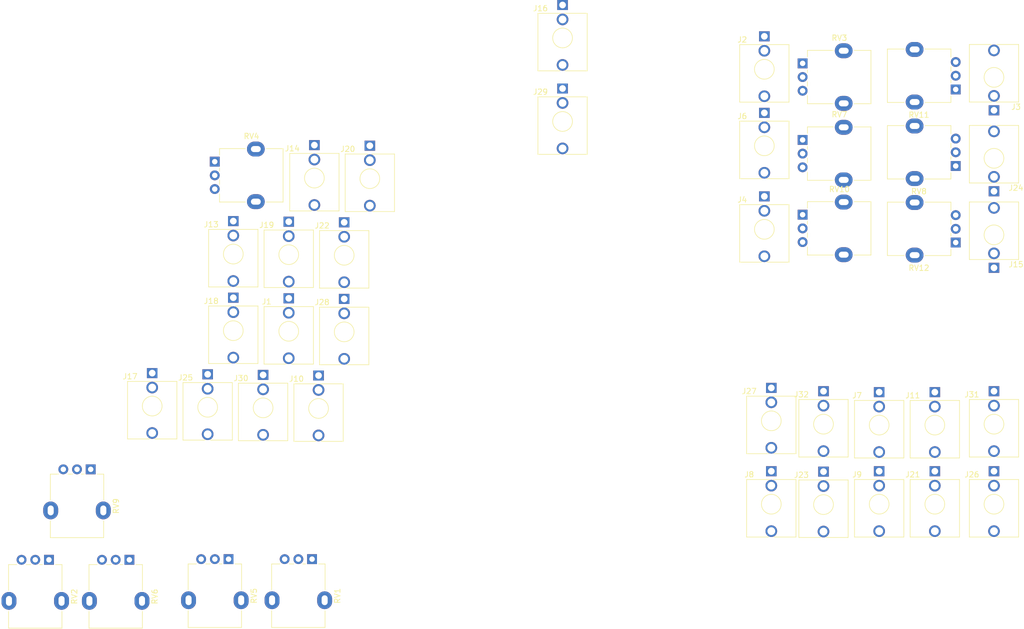
<source format=kicad_pcb>
(kicad_pcb (version 20171130) (host pcbnew "(5.1.6-0-10_14)")

  (general
    (thickness 1.6)
    (drawings 0)
    (tracks 0)
    (zones 0)
    (modules 42)
    (nets 127)
  )

  (page A4)
  (layers
    (0 F.Cu signal)
    (31 B.Cu signal)
    (32 B.Adhes user)
    (33 F.Adhes user)
    (34 B.Paste user)
    (35 F.Paste user)
    (36 B.SilkS user)
    (37 F.SilkS user)
    (38 B.Mask user)
    (39 F.Mask user)
    (40 Dwgs.User user)
    (41 Cmts.User user)
    (42 Eco1.User user)
    (43 Eco2.User user)
    (44 Edge.Cuts user)
    (45 Margin user)
    (46 B.CrtYd user)
    (47 F.CrtYd user)
    (48 B.Fab user hide)
    (49 F.Fab user hide)
  )

  (setup
    (last_trace_width 0.25)
    (trace_clearance 0.2)
    (zone_clearance 0.508)
    (zone_45_only no)
    (trace_min 0.2)
    (via_size 0.8)
    (via_drill 0.4)
    (via_min_size 0.4)
    (via_min_drill 0.3)
    (uvia_size 0.3)
    (uvia_drill 0.1)
    (uvias_allowed no)
    (uvia_min_size 0.2)
    (uvia_min_drill 0.1)
    (edge_width 0.05)
    (segment_width 0.2)
    (pcb_text_width 0.3)
    (pcb_text_size 1.5 1.5)
    (mod_edge_width 0.12)
    (mod_text_size 1 1)
    (mod_text_width 0.15)
    (pad_size 1.524 1.524)
    (pad_drill 0.762)
    (pad_to_mask_clearance 0.05)
    (aux_axis_origin 0 0)
    (visible_elements FFFFFF7F)
    (pcbplotparams
      (layerselection 0x010fc_ffffffff)
      (usegerberextensions false)
      (usegerberattributes true)
      (usegerberadvancedattributes true)
      (creategerberjobfile true)
      (excludeedgelayer true)
      (linewidth 0.100000)
      (plotframeref false)
      (viasonmask false)
      (mode 1)
      (useauxorigin false)
      (hpglpennumber 1)
      (hpglpenspeed 20)
      (hpglpendiameter 15.000000)
      (psnegative false)
      (psa4output false)
      (plotreference true)
      (plotvalue true)
      (plotinvisibletext false)
      (padsonsilk false)
      (subtractmaskfromsilk false)
      (outputformat 1)
      (mirror false)
      (drillshape 1)
      (scaleselection 1)
      (outputdirectory ""))
  )

  (net 0 "")
  (net 1 "Net-(J1-PadTN)")
  (net 2 "Net-(J1-PadS)")
  (net 3 "Net-(J1-PadT)")
  (net 4 "Net-(J2-PadTN)")
  (net 5 "Net-(J2-PadS)")
  (net 6 "Net-(J2-PadT)")
  (net 7 "Net-(J3-PadTN)")
  (net 8 "Net-(J3-PadS)")
  (net 9 "Net-(J3-PadT)")
  (net 10 "Net-(J4-PadTN)")
  (net 11 "Net-(J4-PadS)")
  (net 12 "Net-(J4-PadT)")
  (net 13 "Net-(J6-PadTN)")
  (net 14 "Net-(J6-PadS)")
  (net 15 "Net-(J6-PadT)")
  (net 16 "Net-(J7-PadTN)")
  (net 17 "Net-(J7-PadS)")
  (net 18 "Net-(J7-PadT)")
  (net 19 "Net-(J8-PadTN)")
  (net 20 "Net-(J8-PadS)")
  (net 21 "Net-(J8-PadT)")
  (net 22 "Net-(J9-PadTN)")
  (net 23 "Net-(J9-PadS)")
  (net 24 "Net-(J9-PadT)")
  (net 25 "Net-(J10-PadTN)")
  (net 26 "Net-(J10-PadS)")
  (net 27 "Net-(J10-PadT)")
  (net 28 "Net-(J11-PadTN)")
  (net 29 "Net-(J11-PadS)")
  (net 30 "Net-(J11-PadT)")
  (net 31 "Net-(J13-PadTN)")
  (net 32 "Net-(J13-PadS)")
  (net 33 "Net-(J13-PadT)")
  (net 34 "Net-(J14-PadTN)")
  (net 35 "Net-(J14-PadS)")
  (net 36 "Net-(J14-PadT)")
  (net 37 "Net-(J15-PadTN)")
  (net 38 "Net-(J15-PadS)")
  (net 39 "Net-(J15-PadT)")
  (net 40 "Net-(J16-PadTN)")
  (net 41 "Net-(J16-PadS)")
  (net 42 "Net-(J16-PadT)")
  (net 43 "Net-(J17-PadTN)")
  (net 44 "Net-(J17-PadS)")
  (net 45 "Net-(J17-PadT)")
  (net 46 "Net-(J18-PadTN)")
  (net 47 "Net-(J18-PadS)")
  (net 48 "Net-(J18-PadT)")
  (net 49 "Net-(J19-PadTN)")
  (net 50 "Net-(J19-PadS)")
  (net 51 "Net-(J19-PadT)")
  (net 52 "Net-(J20-PadTN)")
  (net 53 "Net-(J20-PadS)")
  (net 54 "Net-(J20-PadT)")
  (net 55 "Net-(J21-PadTN)")
  (net 56 "Net-(J21-PadS)")
  (net 57 "Net-(J21-PadT)")
  (net 58 "Net-(J22-PadTN)")
  (net 59 "Net-(J22-PadS)")
  (net 60 "Net-(J22-PadT)")
  (net 61 "Net-(J23-PadTN)")
  (net 62 "Net-(J23-PadS)")
  (net 63 "Net-(J23-PadT)")
  (net 64 "Net-(J24-PadTN)")
  (net 65 "Net-(J24-PadS)")
  (net 66 "Net-(J24-PadT)")
  (net 67 "Net-(J25-PadTN)")
  (net 68 "Net-(J25-PadS)")
  (net 69 "Net-(J25-PadT)")
  (net 70 "Net-(J26-PadTN)")
  (net 71 "Net-(J26-PadS)")
  (net 72 "Net-(J26-PadT)")
  (net 73 "Net-(J27-PadTN)")
  (net 74 "Net-(J27-PadS)")
  (net 75 "Net-(J27-PadT)")
  (net 76 "Net-(J28-PadTN)")
  (net 77 "Net-(J28-PadS)")
  (net 78 "Net-(J28-PadT)")
  (net 79 "Net-(J29-PadTN)")
  (net 80 "Net-(J29-PadS)")
  (net 81 "Net-(J29-PadT)")
  (net 82 "Net-(J30-PadTN)")
  (net 83 "Net-(J30-PadS)")
  (net 84 "Net-(J30-PadT)")
  (net 85 "Net-(J31-PadTN)")
  (net 86 "Net-(J31-PadS)")
  (net 87 "Net-(J31-PadT)")
  (net 88 "Net-(J32-PadTN)")
  (net 89 "Net-(J32-PadS)")
  (net 90 "Net-(J32-PadT)")
  (net 91 "Net-(RV1-Pad3)")
  (net 92 "Net-(RV1-Pad2)")
  (net 93 "Net-(RV1-Pad1)")
  (net 94 "Net-(RV2-Pad3)")
  (net 95 "Net-(RV2-Pad2)")
  (net 96 "Net-(RV2-Pad1)")
  (net 97 "Net-(RV3-Pad3)")
  (net 98 "Net-(RV3-Pad2)")
  (net 99 "Net-(RV3-Pad1)")
  (net 100 "Net-(RV4-Pad3)")
  (net 101 "Net-(RV4-Pad2)")
  (net 102 "Net-(RV4-Pad1)")
  (net 103 "Net-(RV5-Pad3)")
  (net 104 "Net-(RV5-Pad2)")
  (net 105 "Net-(RV5-Pad1)")
  (net 106 "Net-(RV6-Pad3)")
  (net 107 "Net-(RV6-Pad2)")
  (net 108 "Net-(RV6-Pad1)")
  (net 109 "Net-(RV7-Pad3)")
  (net 110 "Net-(RV7-Pad2)")
  (net 111 "Net-(RV7-Pad1)")
  (net 112 "Net-(RV8-Pad3)")
  (net 113 "Net-(RV8-Pad2)")
  (net 114 "Net-(RV8-Pad1)")
  (net 115 "Net-(RV9-Pad3)")
  (net 116 "Net-(RV9-Pad2)")
  (net 117 "Net-(RV9-Pad1)")
  (net 118 "Net-(RV10-Pad3)")
  (net 119 "Net-(RV10-Pad2)")
  (net 120 "Net-(RV10-Pad1)")
  (net 121 "Net-(RV11-Pad3)")
  (net 122 "Net-(RV11-Pad2)")
  (net 123 "Net-(RV11-Pad1)")
  (net 124 "Net-(RV12-Pad3)")
  (net 125 "Net-(RV12-Pad2)")
  (net 126 "Net-(RV12-Pad1)")

  (net_class Default "This is the default net class."
    (clearance 0.2)
    (trace_width 0.25)
    (via_dia 0.8)
    (via_drill 0.4)
    (uvia_dia 0.3)
    (uvia_drill 0.1)
    (add_net "Net-(J1-PadS)")
    (add_net "Net-(J1-PadT)")
    (add_net "Net-(J1-PadTN)")
    (add_net "Net-(J10-PadS)")
    (add_net "Net-(J10-PadT)")
    (add_net "Net-(J10-PadTN)")
    (add_net "Net-(J11-PadS)")
    (add_net "Net-(J11-PadT)")
    (add_net "Net-(J11-PadTN)")
    (add_net "Net-(J13-PadS)")
    (add_net "Net-(J13-PadT)")
    (add_net "Net-(J13-PadTN)")
    (add_net "Net-(J14-PadS)")
    (add_net "Net-(J14-PadT)")
    (add_net "Net-(J14-PadTN)")
    (add_net "Net-(J15-PadS)")
    (add_net "Net-(J15-PadT)")
    (add_net "Net-(J15-PadTN)")
    (add_net "Net-(J16-PadS)")
    (add_net "Net-(J16-PadT)")
    (add_net "Net-(J16-PadTN)")
    (add_net "Net-(J17-PadS)")
    (add_net "Net-(J17-PadT)")
    (add_net "Net-(J17-PadTN)")
    (add_net "Net-(J18-PadS)")
    (add_net "Net-(J18-PadT)")
    (add_net "Net-(J18-PadTN)")
    (add_net "Net-(J19-PadS)")
    (add_net "Net-(J19-PadT)")
    (add_net "Net-(J19-PadTN)")
    (add_net "Net-(J2-PadS)")
    (add_net "Net-(J2-PadT)")
    (add_net "Net-(J2-PadTN)")
    (add_net "Net-(J20-PadS)")
    (add_net "Net-(J20-PadT)")
    (add_net "Net-(J20-PadTN)")
    (add_net "Net-(J21-PadS)")
    (add_net "Net-(J21-PadT)")
    (add_net "Net-(J21-PadTN)")
    (add_net "Net-(J22-PadS)")
    (add_net "Net-(J22-PadT)")
    (add_net "Net-(J22-PadTN)")
    (add_net "Net-(J23-PadS)")
    (add_net "Net-(J23-PadT)")
    (add_net "Net-(J23-PadTN)")
    (add_net "Net-(J24-PadS)")
    (add_net "Net-(J24-PadT)")
    (add_net "Net-(J24-PadTN)")
    (add_net "Net-(J25-PadS)")
    (add_net "Net-(J25-PadT)")
    (add_net "Net-(J25-PadTN)")
    (add_net "Net-(J26-PadS)")
    (add_net "Net-(J26-PadT)")
    (add_net "Net-(J26-PadTN)")
    (add_net "Net-(J27-PadS)")
    (add_net "Net-(J27-PadT)")
    (add_net "Net-(J27-PadTN)")
    (add_net "Net-(J28-PadS)")
    (add_net "Net-(J28-PadT)")
    (add_net "Net-(J28-PadTN)")
    (add_net "Net-(J29-PadS)")
    (add_net "Net-(J29-PadT)")
    (add_net "Net-(J29-PadTN)")
    (add_net "Net-(J3-PadS)")
    (add_net "Net-(J3-PadT)")
    (add_net "Net-(J3-PadTN)")
    (add_net "Net-(J30-PadS)")
    (add_net "Net-(J30-PadT)")
    (add_net "Net-(J30-PadTN)")
    (add_net "Net-(J31-PadS)")
    (add_net "Net-(J31-PadT)")
    (add_net "Net-(J31-PadTN)")
    (add_net "Net-(J32-PadS)")
    (add_net "Net-(J32-PadT)")
    (add_net "Net-(J32-PadTN)")
    (add_net "Net-(J4-PadS)")
    (add_net "Net-(J4-PadT)")
    (add_net "Net-(J4-PadTN)")
    (add_net "Net-(J6-PadS)")
    (add_net "Net-(J6-PadT)")
    (add_net "Net-(J6-PadTN)")
    (add_net "Net-(J7-PadS)")
    (add_net "Net-(J7-PadT)")
    (add_net "Net-(J7-PadTN)")
    (add_net "Net-(J8-PadS)")
    (add_net "Net-(J8-PadT)")
    (add_net "Net-(J8-PadTN)")
    (add_net "Net-(J9-PadS)")
    (add_net "Net-(J9-PadT)")
    (add_net "Net-(J9-PadTN)")
    (add_net "Net-(RV1-Pad1)")
    (add_net "Net-(RV1-Pad2)")
    (add_net "Net-(RV1-Pad3)")
    (add_net "Net-(RV10-Pad1)")
    (add_net "Net-(RV10-Pad2)")
    (add_net "Net-(RV10-Pad3)")
    (add_net "Net-(RV11-Pad1)")
    (add_net "Net-(RV11-Pad2)")
    (add_net "Net-(RV11-Pad3)")
    (add_net "Net-(RV12-Pad1)")
    (add_net "Net-(RV12-Pad2)")
    (add_net "Net-(RV12-Pad3)")
    (add_net "Net-(RV2-Pad1)")
    (add_net "Net-(RV2-Pad2)")
    (add_net "Net-(RV2-Pad3)")
    (add_net "Net-(RV3-Pad1)")
    (add_net "Net-(RV3-Pad2)")
    (add_net "Net-(RV3-Pad3)")
    (add_net "Net-(RV4-Pad1)")
    (add_net "Net-(RV4-Pad2)")
    (add_net "Net-(RV4-Pad3)")
    (add_net "Net-(RV5-Pad1)")
    (add_net "Net-(RV5-Pad2)")
    (add_net "Net-(RV5-Pad3)")
    (add_net "Net-(RV6-Pad1)")
    (add_net "Net-(RV6-Pad2)")
    (add_net "Net-(RV6-Pad3)")
    (add_net "Net-(RV7-Pad1)")
    (add_net "Net-(RV7-Pad2)")
    (add_net "Net-(RV7-Pad3)")
    (add_net "Net-(RV8-Pad1)")
    (add_net "Net-(RV8-Pad2)")
    (add_net "Net-(RV8-Pad3)")
    (add_net "Net-(RV9-Pad1)")
    (add_net "Net-(RV9-Pad2)")
    (add_net "Net-(RV9-Pad3)")
  )

  (module Potentiometer_THT:Potentiometer_Alpha_RD901F-40-00D_Single_Vertical (layer F.Cu) (tedit 5C6C6C14) (tstamp 60C98442)
    (at 264.795 85.725 180)
    (descr "Potentiometer, vertical, 9mm, single, http://www.taiwanalpha.com.tw/downloads?target=products&id=113")
    (tags "potentiometer vertical 9mm single")
    (path /60CBB16A)
    (fp_text reference RV12 (at 6.71 -4.64 180) (layer F.SilkS)
      (effects (font (size 1 1) (thickness 0.15)))
    )
    (fp_text value R_POT (at 0 9.86 180) (layer F.Fab)
      (effects (font (size 1 1) (thickness 0.15)))
    )
    (fp_text user %R (at 7.62 2.54) (layer F.Fab)
      (effects (font (size 1 1) (thickness 0.15)))
    )
    (fp_line (start -1.15 8.91) (end 12.6 8.91) (layer F.CrtYd) (width 0.05))
    (fp_line (start -1.15 -3.91) (end -1.15 8.91) (layer F.CrtYd) (width 0.05))
    (fp_line (start 12.6 -3.91) (end -1.15 -3.91) (layer F.CrtYd) (width 0.05))
    (fp_line (start 12.6 8.91) (end 12.6 -3.91) (layer F.CrtYd) (width 0.05))
    (fp_line (start 12.47 7.37) (end 12.47 -2.37) (layer F.SilkS) (width 0.12))
    (fp_line (start 0.88 7.37) (end 0.88 5.88) (layer F.SilkS) (width 0.12))
    (fp_line (start 9.41 7.37) (end 12.47 7.37) (layer F.SilkS) (width 0.12))
    (fp_line (start 0.88 -2.38) (end 5.6 -2.38) (layer F.SilkS) (width 0.12))
    (fp_circle (center 7.5 2.5) (end 7.5 -1) (layer F.Fab) (width 0.1))
    (fp_line (start 1 7.25) (end 1 -2.25) (layer F.Fab) (width 0.1))
    (fp_line (start 12.35 7.25) (end 12.35 -2.25) (layer F.Fab) (width 0.1))
    (fp_line (start 1 -2.25) (end 12.35 -2.25) (layer F.Fab) (width 0.1))
    (fp_line (start 1 7.25) (end 12.35 7.25) (layer F.Fab) (width 0.1))
    (fp_line (start 9.41 -2.37) (end 12.47 -2.37) (layer F.SilkS) (width 0.12))
    (fp_line (start 0.88 7.37) (end 5.6 7.37) (layer F.SilkS) (width 0.12))
    (fp_line (start 0.88 -1.19) (end 0.88 -2.37) (layer F.SilkS) (width 0.12))
    (fp_line (start 0.88 1.71) (end 0.88 1.18) (layer F.SilkS) (width 0.12))
    (fp_line (start 0.88 4.16) (end 0.88 3.33) (layer F.SilkS) (width 0.12))
    (pad "" thru_hole oval (at 7.5 -2.3 270) (size 2.72 3.24) (drill oval 1.1 1.8) (layers *.Cu *.Mask))
    (pad "" thru_hole oval (at 7.5 7.3 270) (size 2.72 3.24) (drill oval 1.1 1.8) (layers *.Cu *.Mask))
    (pad 3 thru_hole circle (at 0 5 270) (size 1.8 1.8) (drill 1) (layers *.Cu *.Mask)
      (net 124 "Net-(RV12-Pad3)"))
    (pad 2 thru_hole circle (at 0 2.5 270) (size 1.8 1.8) (drill 1) (layers *.Cu *.Mask)
      (net 125 "Net-(RV12-Pad2)"))
    (pad 1 thru_hole rect (at 0 0 270) (size 1.8 1.8) (drill 1) (layers *.Cu *.Mask)
      (net 126 "Net-(RV12-Pad1)"))
    (model ${KISYS3DMOD}/Potentiometer_THT.3dshapes/Potentiometer_Alpha_RD901F-40-00D_Single_Vertical.wrl
      (at (xyz 0 0 0))
      (scale (xyz 1 1 1))
      (rotate (xyz 0 0 0))
    )
  )

  (module Potentiometer_THT:Potentiometer_Alpha_RD901F-40-00D_Single_Vertical (layer F.Cu) (tedit 5C6C6C14) (tstamp 60C96778)
    (at 264.795 57.785 180)
    (descr "Potentiometer, vertical, 9mm, single, http://www.taiwanalpha.com.tw/downloads?target=products&id=113")
    (tags "potentiometer vertical 9mm single")
    (path /60CBB164)
    (fp_text reference RV11 (at 6.71 -4.64 180) (layer F.SilkS)
      (effects (font (size 1 1) (thickness 0.15)))
    )
    (fp_text value R_POT (at 0 9.86 180) (layer F.Fab)
      (effects (font (size 1 1) (thickness 0.15)))
    )
    (fp_text user %R (at 7.62 2.54) (layer F.Fab)
      (effects (font (size 1 1) (thickness 0.15)))
    )
    (fp_line (start -1.15 8.91) (end 12.6 8.91) (layer F.CrtYd) (width 0.05))
    (fp_line (start -1.15 -3.91) (end -1.15 8.91) (layer F.CrtYd) (width 0.05))
    (fp_line (start 12.6 -3.91) (end -1.15 -3.91) (layer F.CrtYd) (width 0.05))
    (fp_line (start 12.6 8.91) (end 12.6 -3.91) (layer F.CrtYd) (width 0.05))
    (fp_line (start 12.47 7.37) (end 12.47 -2.37) (layer F.SilkS) (width 0.12))
    (fp_line (start 0.88 7.37) (end 0.88 5.88) (layer F.SilkS) (width 0.12))
    (fp_line (start 9.41 7.37) (end 12.47 7.37) (layer F.SilkS) (width 0.12))
    (fp_line (start 0.88 -2.38) (end 5.6 -2.38) (layer F.SilkS) (width 0.12))
    (fp_circle (center 7.5 2.5) (end 7.5 -1) (layer F.Fab) (width 0.1))
    (fp_line (start 1 7.25) (end 1 -2.25) (layer F.Fab) (width 0.1))
    (fp_line (start 12.35 7.25) (end 12.35 -2.25) (layer F.Fab) (width 0.1))
    (fp_line (start 1 -2.25) (end 12.35 -2.25) (layer F.Fab) (width 0.1))
    (fp_line (start 1 7.25) (end 12.35 7.25) (layer F.Fab) (width 0.1))
    (fp_line (start 9.41 -2.37) (end 12.47 -2.37) (layer F.SilkS) (width 0.12))
    (fp_line (start 0.88 7.37) (end 5.6 7.37) (layer F.SilkS) (width 0.12))
    (fp_line (start 0.88 -1.19) (end 0.88 -2.37) (layer F.SilkS) (width 0.12))
    (fp_line (start 0.88 1.71) (end 0.88 1.18) (layer F.SilkS) (width 0.12))
    (fp_line (start 0.88 4.16) (end 0.88 3.33) (layer F.SilkS) (width 0.12))
    (pad "" thru_hole oval (at 7.5 -2.3 270) (size 2.72 3.24) (drill oval 1.1 1.8) (layers *.Cu *.Mask))
    (pad "" thru_hole oval (at 7.5 7.3 270) (size 2.72 3.24) (drill oval 1.1 1.8) (layers *.Cu *.Mask))
    (pad 3 thru_hole circle (at 0 5 270) (size 1.8 1.8) (drill 1) (layers *.Cu *.Mask)
      (net 121 "Net-(RV11-Pad3)"))
    (pad 2 thru_hole circle (at 0 2.5 270) (size 1.8 1.8) (drill 1) (layers *.Cu *.Mask)
      (net 122 "Net-(RV11-Pad2)"))
    (pad 1 thru_hole rect (at 0 0 270) (size 1.8 1.8) (drill 1) (layers *.Cu *.Mask)
      (net 123 "Net-(RV11-Pad1)"))
    (model ${KISYS3DMOD}/Potentiometer_THT.3dshapes/Potentiometer_Alpha_RD901F-40-00D_Single_Vertical.wrl
      (at (xyz 0 0 0))
      (scale (xyz 1 1 1))
      (rotate (xyz 0 0 0))
    )
  )

  (module Potentiometer_THT:Potentiometer_Alpha_RD901F-40-00D_Single_Vertical (layer F.Cu) (tedit 5C6C6C14) (tstamp 60C9675C)
    (at 236.855 80.645)
    (descr "Potentiometer, vertical, 9mm, single, http://www.taiwanalpha.com.tw/downloads?target=products&id=113")
    (tags "potentiometer vertical 9mm single")
    (path /60CBB15E)
    (fp_text reference RV10 (at 6.71 -4.64 180) (layer F.SilkS)
      (effects (font (size 1 1) (thickness 0.15)))
    )
    (fp_text value R_POT (at 0 9.86 180) (layer F.Fab)
      (effects (font (size 1 1) (thickness 0.15)))
    )
    (fp_text user %R (at 7.62 2.54) (layer F.Fab)
      (effects (font (size 1 1) (thickness 0.15)))
    )
    (fp_line (start -1.15 8.91) (end 12.6 8.91) (layer F.CrtYd) (width 0.05))
    (fp_line (start -1.15 -3.91) (end -1.15 8.91) (layer F.CrtYd) (width 0.05))
    (fp_line (start 12.6 -3.91) (end -1.15 -3.91) (layer F.CrtYd) (width 0.05))
    (fp_line (start 12.6 8.91) (end 12.6 -3.91) (layer F.CrtYd) (width 0.05))
    (fp_line (start 12.47 7.37) (end 12.47 -2.37) (layer F.SilkS) (width 0.12))
    (fp_line (start 0.88 7.37) (end 0.88 5.88) (layer F.SilkS) (width 0.12))
    (fp_line (start 9.41 7.37) (end 12.47 7.37) (layer F.SilkS) (width 0.12))
    (fp_line (start 0.88 -2.38) (end 5.6 -2.38) (layer F.SilkS) (width 0.12))
    (fp_circle (center 7.5 2.5) (end 7.5 -1) (layer F.Fab) (width 0.1))
    (fp_line (start 1 7.25) (end 1 -2.25) (layer F.Fab) (width 0.1))
    (fp_line (start 12.35 7.25) (end 12.35 -2.25) (layer F.Fab) (width 0.1))
    (fp_line (start 1 -2.25) (end 12.35 -2.25) (layer F.Fab) (width 0.1))
    (fp_line (start 1 7.25) (end 12.35 7.25) (layer F.Fab) (width 0.1))
    (fp_line (start 9.41 -2.37) (end 12.47 -2.37) (layer F.SilkS) (width 0.12))
    (fp_line (start 0.88 7.37) (end 5.6 7.37) (layer F.SilkS) (width 0.12))
    (fp_line (start 0.88 -1.19) (end 0.88 -2.37) (layer F.SilkS) (width 0.12))
    (fp_line (start 0.88 1.71) (end 0.88 1.18) (layer F.SilkS) (width 0.12))
    (fp_line (start 0.88 4.16) (end 0.88 3.33) (layer F.SilkS) (width 0.12))
    (pad "" thru_hole oval (at 7.5 -2.3 90) (size 2.72 3.24) (drill oval 1.1 1.8) (layers *.Cu *.Mask))
    (pad "" thru_hole oval (at 7.5 7.3 90) (size 2.72 3.24) (drill oval 1.1 1.8) (layers *.Cu *.Mask))
    (pad 3 thru_hole circle (at 0 5 90) (size 1.8 1.8) (drill 1) (layers *.Cu *.Mask)
      (net 118 "Net-(RV10-Pad3)"))
    (pad 2 thru_hole circle (at 0 2.5 90) (size 1.8 1.8) (drill 1) (layers *.Cu *.Mask)
      (net 119 "Net-(RV10-Pad2)"))
    (pad 1 thru_hole rect (at 0 0 90) (size 1.8 1.8) (drill 1) (layers *.Cu *.Mask)
      (net 120 "Net-(RV10-Pad1)"))
    (model ${KISYS3DMOD}/Potentiometer_THT.3dshapes/Potentiometer_Alpha_RD901F-40-00D_Single_Vertical.wrl
      (at (xyz 0 0 0))
      (scale (xyz 1 1 1))
      (rotate (xyz 0 0 0))
    )
  )

  (module Potentiometer_THT:Potentiometer_Alpha_RD901F-40-00D_Single_Vertical (layer F.Cu) (tedit 5C6C6C14) (tstamp 60C96740)
    (at 106.92 127.12 270)
    (descr "Potentiometer, vertical, 9mm, single, http://www.taiwanalpha.com.tw/downloads?target=products&id=113")
    (tags "potentiometer vertical 9mm single")
    (path /60CD36B3)
    (fp_text reference RV9 (at 6.71 -4.64 270) (layer F.SilkS)
      (effects (font (size 1 1) (thickness 0.15)))
    )
    (fp_text value R_POT (at 0 9.86 270) (layer F.Fab)
      (effects (font (size 1 1) (thickness 0.15)))
    )
    (fp_text user %R (at 7.62 2.54 90) (layer F.Fab)
      (effects (font (size 1 1) (thickness 0.15)))
    )
    (fp_line (start -1.15 8.91) (end 12.6 8.91) (layer F.CrtYd) (width 0.05))
    (fp_line (start -1.15 -3.91) (end -1.15 8.91) (layer F.CrtYd) (width 0.05))
    (fp_line (start 12.6 -3.91) (end -1.15 -3.91) (layer F.CrtYd) (width 0.05))
    (fp_line (start 12.6 8.91) (end 12.6 -3.91) (layer F.CrtYd) (width 0.05))
    (fp_line (start 12.47 7.37) (end 12.47 -2.37) (layer F.SilkS) (width 0.12))
    (fp_line (start 0.88 7.37) (end 0.88 5.88) (layer F.SilkS) (width 0.12))
    (fp_line (start 9.41 7.37) (end 12.47 7.37) (layer F.SilkS) (width 0.12))
    (fp_line (start 0.88 -2.38) (end 5.6 -2.38) (layer F.SilkS) (width 0.12))
    (fp_circle (center 7.5 2.5) (end 7.5 -1) (layer F.Fab) (width 0.1))
    (fp_line (start 1 7.25) (end 1 -2.25) (layer F.Fab) (width 0.1))
    (fp_line (start 12.35 7.25) (end 12.35 -2.25) (layer F.Fab) (width 0.1))
    (fp_line (start 1 -2.25) (end 12.35 -2.25) (layer F.Fab) (width 0.1))
    (fp_line (start 1 7.25) (end 12.35 7.25) (layer F.Fab) (width 0.1))
    (fp_line (start 9.41 -2.37) (end 12.47 -2.37) (layer F.SilkS) (width 0.12))
    (fp_line (start 0.88 7.37) (end 5.6 7.37) (layer F.SilkS) (width 0.12))
    (fp_line (start 0.88 -1.19) (end 0.88 -2.37) (layer F.SilkS) (width 0.12))
    (fp_line (start 0.88 1.71) (end 0.88 1.18) (layer F.SilkS) (width 0.12))
    (fp_line (start 0.88 4.16) (end 0.88 3.33) (layer F.SilkS) (width 0.12))
    (pad "" thru_hole oval (at 7.5 -2.3) (size 2.72 3.24) (drill oval 1.1 1.8) (layers *.Cu *.Mask))
    (pad "" thru_hole oval (at 7.5 7.3) (size 2.72 3.24) (drill oval 1.1 1.8) (layers *.Cu *.Mask))
    (pad 3 thru_hole circle (at 0 5) (size 1.8 1.8) (drill 1) (layers *.Cu *.Mask)
      (net 115 "Net-(RV9-Pad3)"))
    (pad 2 thru_hole circle (at 0 2.5) (size 1.8 1.8) (drill 1) (layers *.Cu *.Mask)
      (net 116 "Net-(RV9-Pad2)"))
    (pad 1 thru_hole rect (at 0 0) (size 1.8 1.8) (drill 1) (layers *.Cu *.Mask)
      (net 117 "Net-(RV9-Pad1)"))
    (model ${KISYS3DMOD}/Potentiometer_THT.3dshapes/Potentiometer_Alpha_RD901F-40-00D_Single_Vertical.wrl
      (at (xyz 0 0 0))
      (scale (xyz 1 1 1))
      (rotate (xyz 0 0 0))
    )
  )

  (module Potentiometer_THT:Potentiometer_Alpha_RD901F-40-00D_Single_Vertical (layer F.Cu) (tedit 5C6C6C14) (tstamp 60C96724)
    (at 264.795 71.755 180)
    (descr "Potentiometer, vertical, 9mm, single, http://www.taiwanalpha.com.tw/downloads?target=products&id=113")
    (tags "potentiometer vertical 9mm single")
    (path /60CD36AD)
    (fp_text reference RV8 (at 6.71 -4.64 180) (layer F.SilkS)
      (effects (font (size 1 1) (thickness 0.15)))
    )
    (fp_text value R_POT (at 0 9.86 180) (layer F.Fab)
      (effects (font (size 1 1) (thickness 0.15)))
    )
    (fp_text user %R (at 7.62 2.54) (layer F.Fab)
      (effects (font (size 1 1) (thickness 0.15)))
    )
    (fp_line (start -1.15 8.91) (end 12.6 8.91) (layer F.CrtYd) (width 0.05))
    (fp_line (start -1.15 -3.91) (end -1.15 8.91) (layer F.CrtYd) (width 0.05))
    (fp_line (start 12.6 -3.91) (end -1.15 -3.91) (layer F.CrtYd) (width 0.05))
    (fp_line (start 12.6 8.91) (end 12.6 -3.91) (layer F.CrtYd) (width 0.05))
    (fp_line (start 12.47 7.37) (end 12.47 -2.37) (layer F.SilkS) (width 0.12))
    (fp_line (start 0.88 7.37) (end 0.88 5.88) (layer F.SilkS) (width 0.12))
    (fp_line (start 9.41 7.37) (end 12.47 7.37) (layer F.SilkS) (width 0.12))
    (fp_line (start 0.88 -2.38) (end 5.6 -2.38) (layer F.SilkS) (width 0.12))
    (fp_circle (center 7.5 2.5) (end 7.5 -1) (layer F.Fab) (width 0.1))
    (fp_line (start 1 7.25) (end 1 -2.25) (layer F.Fab) (width 0.1))
    (fp_line (start 12.35 7.25) (end 12.35 -2.25) (layer F.Fab) (width 0.1))
    (fp_line (start 1 -2.25) (end 12.35 -2.25) (layer F.Fab) (width 0.1))
    (fp_line (start 1 7.25) (end 12.35 7.25) (layer F.Fab) (width 0.1))
    (fp_line (start 9.41 -2.37) (end 12.47 -2.37) (layer F.SilkS) (width 0.12))
    (fp_line (start 0.88 7.37) (end 5.6 7.37) (layer F.SilkS) (width 0.12))
    (fp_line (start 0.88 -1.19) (end 0.88 -2.37) (layer F.SilkS) (width 0.12))
    (fp_line (start 0.88 1.71) (end 0.88 1.18) (layer F.SilkS) (width 0.12))
    (fp_line (start 0.88 4.16) (end 0.88 3.33) (layer F.SilkS) (width 0.12))
    (pad "" thru_hole oval (at 7.5 -2.3 270) (size 2.72 3.24) (drill oval 1.1 1.8) (layers *.Cu *.Mask))
    (pad "" thru_hole oval (at 7.5 7.3 270) (size 2.72 3.24) (drill oval 1.1 1.8) (layers *.Cu *.Mask))
    (pad 3 thru_hole circle (at 0 5 270) (size 1.8 1.8) (drill 1) (layers *.Cu *.Mask)
      (net 112 "Net-(RV8-Pad3)"))
    (pad 2 thru_hole circle (at 0 2.5 270) (size 1.8 1.8) (drill 1) (layers *.Cu *.Mask)
      (net 113 "Net-(RV8-Pad2)"))
    (pad 1 thru_hole rect (at 0 0 270) (size 1.8 1.8) (drill 1) (layers *.Cu *.Mask)
      (net 114 "Net-(RV8-Pad1)"))
    (model ${KISYS3DMOD}/Potentiometer_THT.3dshapes/Potentiometer_Alpha_RD901F-40-00D_Single_Vertical.wrl
      (at (xyz 0 0 0))
      (scale (xyz 1 1 1))
      (rotate (xyz 0 0 0))
    )
  )

  (module Potentiometer_THT:Potentiometer_Alpha_RD901F-40-00D_Single_Vertical (layer F.Cu) (tedit 5C6C6C14) (tstamp 60C96708)
    (at 236.855 66.995)
    (descr "Potentiometer, vertical, 9mm, single, http://www.taiwanalpha.com.tw/downloads?target=products&id=113")
    (tags "potentiometer vertical 9mm single")
    (path /60CD36A7)
    (fp_text reference RV7 (at 6.71 -4.64 180) (layer F.SilkS)
      (effects (font (size 1 1) (thickness 0.15)))
    )
    (fp_text value R_POT (at 0 9.86 180) (layer F.Fab)
      (effects (font (size 1 1) (thickness 0.15)))
    )
    (fp_text user %R (at 7.62 2.54) (layer F.Fab)
      (effects (font (size 1 1) (thickness 0.15)))
    )
    (fp_line (start -1.15 8.91) (end 12.6 8.91) (layer F.CrtYd) (width 0.05))
    (fp_line (start -1.15 -3.91) (end -1.15 8.91) (layer F.CrtYd) (width 0.05))
    (fp_line (start 12.6 -3.91) (end -1.15 -3.91) (layer F.CrtYd) (width 0.05))
    (fp_line (start 12.6 8.91) (end 12.6 -3.91) (layer F.CrtYd) (width 0.05))
    (fp_line (start 12.47 7.37) (end 12.47 -2.37) (layer F.SilkS) (width 0.12))
    (fp_line (start 0.88 7.37) (end 0.88 5.88) (layer F.SilkS) (width 0.12))
    (fp_line (start 9.41 7.37) (end 12.47 7.37) (layer F.SilkS) (width 0.12))
    (fp_line (start 0.88 -2.38) (end 5.6 -2.38) (layer F.SilkS) (width 0.12))
    (fp_circle (center 7.5 2.5) (end 7.5 -1) (layer F.Fab) (width 0.1))
    (fp_line (start 1 7.25) (end 1 -2.25) (layer F.Fab) (width 0.1))
    (fp_line (start 12.35 7.25) (end 12.35 -2.25) (layer F.Fab) (width 0.1))
    (fp_line (start 1 -2.25) (end 12.35 -2.25) (layer F.Fab) (width 0.1))
    (fp_line (start 1 7.25) (end 12.35 7.25) (layer F.Fab) (width 0.1))
    (fp_line (start 9.41 -2.37) (end 12.47 -2.37) (layer F.SilkS) (width 0.12))
    (fp_line (start 0.88 7.37) (end 5.6 7.37) (layer F.SilkS) (width 0.12))
    (fp_line (start 0.88 -1.19) (end 0.88 -2.37) (layer F.SilkS) (width 0.12))
    (fp_line (start 0.88 1.71) (end 0.88 1.18) (layer F.SilkS) (width 0.12))
    (fp_line (start 0.88 4.16) (end 0.88 3.33) (layer F.SilkS) (width 0.12))
    (pad "" thru_hole oval (at 7.5 -2.3 90) (size 2.72 3.24) (drill oval 1.1 1.8) (layers *.Cu *.Mask))
    (pad "" thru_hole oval (at 7.5 7.3 90) (size 2.72 3.24) (drill oval 1.1 1.8) (layers *.Cu *.Mask))
    (pad 3 thru_hole circle (at 0 5 90) (size 1.8 1.8) (drill 1) (layers *.Cu *.Mask)
      (net 109 "Net-(RV7-Pad3)"))
    (pad 2 thru_hole circle (at 0 2.5 90) (size 1.8 1.8) (drill 1) (layers *.Cu *.Mask)
      (net 110 "Net-(RV7-Pad2)"))
    (pad 1 thru_hole rect (at 0 0 90) (size 1.8 1.8) (drill 1) (layers *.Cu *.Mask)
      (net 111 "Net-(RV7-Pad1)"))
    (model ${KISYS3DMOD}/Potentiometer_THT.3dshapes/Potentiometer_Alpha_RD901F-40-00D_Single_Vertical.wrl
      (at (xyz 0 0 0))
      (scale (xyz 1 1 1))
      (rotate (xyz 0 0 0))
    )
  )

  (module Potentiometer_THT:Potentiometer_Alpha_RD901F-40-00D_Single_Vertical (layer F.Cu) (tedit 5C6C6C14) (tstamp 60C966EC)
    (at 113.98 143.63 270)
    (descr "Potentiometer, vertical, 9mm, single, http://www.taiwanalpha.com.tw/downloads?target=products&id=113")
    (tags "potentiometer vertical 9mm single")
    (path /60CA32E1)
    (fp_text reference RV6 (at 6.71 -4.64 270) (layer F.SilkS)
      (effects (font (size 1 1) (thickness 0.15)))
    )
    (fp_text value R_POT (at 0 9.86 270) (layer F.Fab)
      (effects (font (size 1 1) (thickness 0.15)))
    )
    (fp_text user %R (at 7.62 2.54 90) (layer F.Fab)
      (effects (font (size 1 1) (thickness 0.15)))
    )
    (fp_line (start -1.15 8.91) (end 12.6 8.91) (layer F.CrtYd) (width 0.05))
    (fp_line (start -1.15 -3.91) (end -1.15 8.91) (layer F.CrtYd) (width 0.05))
    (fp_line (start 12.6 -3.91) (end -1.15 -3.91) (layer F.CrtYd) (width 0.05))
    (fp_line (start 12.6 8.91) (end 12.6 -3.91) (layer F.CrtYd) (width 0.05))
    (fp_line (start 12.47 7.37) (end 12.47 -2.37) (layer F.SilkS) (width 0.12))
    (fp_line (start 0.88 7.37) (end 0.88 5.88) (layer F.SilkS) (width 0.12))
    (fp_line (start 9.41 7.37) (end 12.47 7.37) (layer F.SilkS) (width 0.12))
    (fp_line (start 0.88 -2.38) (end 5.6 -2.38) (layer F.SilkS) (width 0.12))
    (fp_circle (center 7.5 2.5) (end 7.5 -1) (layer F.Fab) (width 0.1))
    (fp_line (start 1 7.25) (end 1 -2.25) (layer F.Fab) (width 0.1))
    (fp_line (start 12.35 7.25) (end 12.35 -2.25) (layer F.Fab) (width 0.1))
    (fp_line (start 1 -2.25) (end 12.35 -2.25) (layer F.Fab) (width 0.1))
    (fp_line (start 1 7.25) (end 12.35 7.25) (layer F.Fab) (width 0.1))
    (fp_line (start 9.41 -2.37) (end 12.47 -2.37) (layer F.SilkS) (width 0.12))
    (fp_line (start 0.88 7.37) (end 5.6 7.37) (layer F.SilkS) (width 0.12))
    (fp_line (start 0.88 -1.19) (end 0.88 -2.37) (layer F.SilkS) (width 0.12))
    (fp_line (start 0.88 1.71) (end 0.88 1.18) (layer F.SilkS) (width 0.12))
    (fp_line (start 0.88 4.16) (end 0.88 3.33) (layer F.SilkS) (width 0.12))
    (pad "" thru_hole oval (at 7.5 -2.3) (size 2.72 3.24) (drill oval 1.1 1.8) (layers *.Cu *.Mask))
    (pad "" thru_hole oval (at 7.5 7.3) (size 2.72 3.24) (drill oval 1.1 1.8) (layers *.Cu *.Mask))
    (pad 3 thru_hole circle (at 0 5) (size 1.8 1.8) (drill 1) (layers *.Cu *.Mask)
      (net 106 "Net-(RV6-Pad3)"))
    (pad 2 thru_hole circle (at 0 2.5) (size 1.8 1.8) (drill 1) (layers *.Cu *.Mask)
      (net 107 "Net-(RV6-Pad2)"))
    (pad 1 thru_hole rect (at 0 0) (size 1.8 1.8) (drill 1) (layers *.Cu *.Mask)
      (net 108 "Net-(RV6-Pad1)"))
    (model ${KISYS3DMOD}/Potentiometer_THT.3dshapes/Potentiometer_Alpha_RD901F-40-00D_Single_Vertical.wrl
      (at (xyz 0 0 0))
      (scale (xyz 1 1 1))
      (rotate (xyz 0 0 0))
    )
  )

  (module Potentiometer_THT:Potentiometer_Alpha_RD901F-40-00D_Single_Vertical (layer F.Cu) (tedit 5C6C6C14) (tstamp 60C966D0)
    (at 132.08 143.51 270)
    (descr "Potentiometer, vertical, 9mm, single, http://www.taiwanalpha.com.tw/downloads?target=products&id=113")
    (tags "potentiometer vertical 9mm single")
    (path /60CA271A)
    (fp_text reference RV5 (at 6.71 -4.64 270) (layer F.SilkS)
      (effects (font (size 1 1) (thickness 0.15)))
    )
    (fp_text value R_POT (at 0 9.86 270) (layer F.Fab)
      (effects (font (size 1 1) (thickness 0.15)))
    )
    (fp_text user %R (at 7.62 2.54 90) (layer F.Fab)
      (effects (font (size 1 1) (thickness 0.15)))
    )
    (fp_line (start -1.15 8.91) (end 12.6 8.91) (layer F.CrtYd) (width 0.05))
    (fp_line (start -1.15 -3.91) (end -1.15 8.91) (layer F.CrtYd) (width 0.05))
    (fp_line (start 12.6 -3.91) (end -1.15 -3.91) (layer F.CrtYd) (width 0.05))
    (fp_line (start 12.6 8.91) (end 12.6 -3.91) (layer F.CrtYd) (width 0.05))
    (fp_line (start 12.47 7.37) (end 12.47 -2.37) (layer F.SilkS) (width 0.12))
    (fp_line (start 0.88 7.37) (end 0.88 5.88) (layer F.SilkS) (width 0.12))
    (fp_line (start 9.41 7.37) (end 12.47 7.37) (layer F.SilkS) (width 0.12))
    (fp_line (start 0.88 -2.38) (end 5.6 -2.38) (layer F.SilkS) (width 0.12))
    (fp_circle (center 7.5 2.5) (end 7.5 -1) (layer F.Fab) (width 0.1))
    (fp_line (start 1 7.25) (end 1 -2.25) (layer F.Fab) (width 0.1))
    (fp_line (start 12.35 7.25) (end 12.35 -2.25) (layer F.Fab) (width 0.1))
    (fp_line (start 1 -2.25) (end 12.35 -2.25) (layer F.Fab) (width 0.1))
    (fp_line (start 1 7.25) (end 12.35 7.25) (layer F.Fab) (width 0.1))
    (fp_line (start 9.41 -2.37) (end 12.47 -2.37) (layer F.SilkS) (width 0.12))
    (fp_line (start 0.88 7.37) (end 5.6 7.37) (layer F.SilkS) (width 0.12))
    (fp_line (start 0.88 -1.19) (end 0.88 -2.37) (layer F.SilkS) (width 0.12))
    (fp_line (start 0.88 1.71) (end 0.88 1.18) (layer F.SilkS) (width 0.12))
    (fp_line (start 0.88 4.16) (end 0.88 3.33) (layer F.SilkS) (width 0.12))
    (pad "" thru_hole oval (at 7.5 -2.3) (size 2.72 3.24) (drill oval 1.1 1.8) (layers *.Cu *.Mask))
    (pad "" thru_hole oval (at 7.5 7.3) (size 2.72 3.24) (drill oval 1.1 1.8) (layers *.Cu *.Mask))
    (pad 3 thru_hole circle (at 0 5) (size 1.8 1.8) (drill 1) (layers *.Cu *.Mask)
      (net 103 "Net-(RV5-Pad3)"))
    (pad 2 thru_hole circle (at 0 2.5) (size 1.8 1.8) (drill 1) (layers *.Cu *.Mask)
      (net 104 "Net-(RV5-Pad2)"))
    (pad 1 thru_hole rect (at 0 0) (size 1.8 1.8) (drill 1) (layers *.Cu *.Mask)
      (net 105 "Net-(RV5-Pad1)"))
    (model ${KISYS3DMOD}/Potentiometer_THT.3dshapes/Potentiometer_Alpha_RD901F-40-00D_Single_Vertical.wrl
      (at (xyz 0 0 0))
      (scale (xyz 1 1 1))
      (rotate (xyz 0 0 0))
    )
  )

  (module Potentiometer_THT:Potentiometer_Alpha_RD901F-40-00D_Single_Vertical (layer F.Cu) (tedit 5C6C6C14) (tstamp 60C966B4)
    (at 129.5605 70.966001)
    (descr "Potentiometer, vertical, 9mm, single, http://www.taiwanalpha.com.tw/downloads?target=products&id=113")
    (tags "potentiometer vertical 9mm single")
    (path /60CA16F6)
    (fp_text reference RV4 (at 6.71 -4.64 180) (layer F.SilkS)
      (effects (font (size 1 1) (thickness 0.15)))
    )
    (fp_text value R_POT (at 0 9.86 180) (layer F.Fab)
      (effects (font (size 1 1) (thickness 0.15)))
    )
    (fp_text user %R (at 7.62 2.54) (layer F.Fab)
      (effects (font (size 1 1) (thickness 0.15)))
    )
    (fp_line (start -1.15 8.91) (end 12.6 8.91) (layer F.CrtYd) (width 0.05))
    (fp_line (start -1.15 -3.91) (end -1.15 8.91) (layer F.CrtYd) (width 0.05))
    (fp_line (start 12.6 -3.91) (end -1.15 -3.91) (layer F.CrtYd) (width 0.05))
    (fp_line (start 12.6 8.91) (end 12.6 -3.91) (layer F.CrtYd) (width 0.05))
    (fp_line (start 12.47 7.37) (end 12.47 -2.37) (layer F.SilkS) (width 0.12))
    (fp_line (start 0.88 7.37) (end 0.88 5.88) (layer F.SilkS) (width 0.12))
    (fp_line (start 9.41 7.37) (end 12.47 7.37) (layer F.SilkS) (width 0.12))
    (fp_line (start 0.88 -2.38) (end 5.6 -2.38) (layer F.SilkS) (width 0.12))
    (fp_circle (center 7.5 2.5) (end 7.5 -1) (layer F.Fab) (width 0.1))
    (fp_line (start 1 7.25) (end 1 -2.25) (layer F.Fab) (width 0.1))
    (fp_line (start 12.35 7.25) (end 12.35 -2.25) (layer F.Fab) (width 0.1))
    (fp_line (start 1 -2.25) (end 12.35 -2.25) (layer F.Fab) (width 0.1))
    (fp_line (start 1 7.25) (end 12.35 7.25) (layer F.Fab) (width 0.1))
    (fp_line (start 9.41 -2.37) (end 12.47 -2.37) (layer F.SilkS) (width 0.12))
    (fp_line (start 0.88 7.37) (end 5.6 7.37) (layer F.SilkS) (width 0.12))
    (fp_line (start 0.88 -1.19) (end 0.88 -2.37) (layer F.SilkS) (width 0.12))
    (fp_line (start 0.88 1.71) (end 0.88 1.18) (layer F.SilkS) (width 0.12))
    (fp_line (start 0.88 4.16) (end 0.88 3.33) (layer F.SilkS) (width 0.12))
    (pad "" thru_hole oval (at 7.5 -2.3 90) (size 2.72 3.24) (drill oval 1.1 1.8) (layers *.Cu *.Mask))
    (pad "" thru_hole oval (at 7.5 7.3 90) (size 2.72 3.24) (drill oval 1.1 1.8) (layers *.Cu *.Mask))
    (pad 3 thru_hole circle (at 0 5 90) (size 1.8 1.8) (drill 1) (layers *.Cu *.Mask)
      (net 100 "Net-(RV4-Pad3)"))
    (pad 2 thru_hole circle (at 0 2.5 90) (size 1.8 1.8) (drill 1) (layers *.Cu *.Mask)
      (net 101 "Net-(RV4-Pad2)"))
    (pad 1 thru_hole rect (at 0 0 90) (size 1.8 1.8) (drill 1) (layers *.Cu *.Mask)
      (net 102 "Net-(RV4-Pad1)"))
    (model ${KISYS3DMOD}/Potentiometer_THT.3dshapes/Potentiometer_Alpha_RD901F-40-00D_Single_Vertical.wrl
      (at (xyz 0 0 0))
      (scale (xyz 1 1 1))
      (rotate (xyz 0 0 0))
    )
  )

  (module Potentiometer_THT:Potentiometer_Alpha_RD901F-40-00D_Single_Vertical (layer F.Cu) (tedit 5C6C6C14) (tstamp 60C96698)
    (at 236.855 53.025)
    (descr "Potentiometer, vertical, 9mm, single, http://www.taiwanalpha.com.tw/downloads?target=products&id=113")
    (tags "potentiometer vertical 9mm single")
    (path /60CCD7E7)
    (fp_text reference RV3 (at 6.71 -4.64 180) (layer F.SilkS)
      (effects (font (size 1 1) (thickness 0.15)))
    )
    (fp_text value R_POT (at 0 9.86 180) (layer F.Fab)
      (effects (font (size 1 1) (thickness 0.15)))
    )
    (fp_text user %R (at 7.62 2.54) (layer F.Fab)
      (effects (font (size 1 1) (thickness 0.15)))
    )
    (fp_line (start -1.15 8.91) (end 12.6 8.91) (layer F.CrtYd) (width 0.05))
    (fp_line (start -1.15 -3.91) (end -1.15 8.91) (layer F.CrtYd) (width 0.05))
    (fp_line (start 12.6 -3.91) (end -1.15 -3.91) (layer F.CrtYd) (width 0.05))
    (fp_line (start 12.6 8.91) (end 12.6 -3.91) (layer F.CrtYd) (width 0.05))
    (fp_line (start 12.47 7.37) (end 12.47 -2.37) (layer F.SilkS) (width 0.12))
    (fp_line (start 0.88 7.37) (end 0.88 5.88) (layer F.SilkS) (width 0.12))
    (fp_line (start 9.41 7.37) (end 12.47 7.37) (layer F.SilkS) (width 0.12))
    (fp_line (start 0.88 -2.38) (end 5.6 -2.38) (layer F.SilkS) (width 0.12))
    (fp_circle (center 7.5 2.5) (end 7.5 -1) (layer F.Fab) (width 0.1))
    (fp_line (start 1 7.25) (end 1 -2.25) (layer F.Fab) (width 0.1))
    (fp_line (start 12.35 7.25) (end 12.35 -2.25) (layer F.Fab) (width 0.1))
    (fp_line (start 1 -2.25) (end 12.35 -2.25) (layer F.Fab) (width 0.1))
    (fp_line (start 1 7.25) (end 12.35 7.25) (layer F.Fab) (width 0.1))
    (fp_line (start 9.41 -2.37) (end 12.47 -2.37) (layer F.SilkS) (width 0.12))
    (fp_line (start 0.88 7.37) (end 5.6 7.37) (layer F.SilkS) (width 0.12))
    (fp_line (start 0.88 -1.19) (end 0.88 -2.37) (layer F.SilkS) (width 0.12))
    (fp_line (start 0.88 1.71) (end 0.88 1.18) (layer F.SilkS) (width 0.12))
    (fp_line (start 0.88 4.16) (end 0.88 3.33) (layer F.SilkS) (width 0.12))
    (pad "" thru_hole oval (at 7.5 -2.3 90) (size 2.72 3.24) (drill oval 1.1 1.8) (layers *.Cu *.Mask))
    (pad "" thru_hole oval (at 7.5 7.3 90) (size 2.72 3.24) (drill oval 1.1 1.8) (layers *.Cu *.Mask))
    (pad 3 thru_hole circle (at 0 5 90) (size 1.8 1.8) (drill 1) (layers *.Cu *.Mask)
      (net 97 "Net-(RV3-Pad3)"))
    (pad 2 thru_hole circle (at 0 2.5 90) (size 1.8 1.8) (drill 1) (layers *.Cu *.Mask)
      (net 98 "Net-(RV3-Pad2)"))
    (pad 1 thru_hole rect (at 0 0 90) (size 1.8 1.8) (drill 1) (layers *.Cu *.Mask)
      (net 99 "Net-(RV3-Pad1)"))
    (model ${KISYS3DMOD}/Potentiometer_THT.3dshapes/Potentiometer_Alpha_RD901F-40-00D_Single_Vertical.wrl
      (at (xyz 0 0 0))
      (scale (xyz 1 1 1))
      (rotate (xyz 0 0 0))
    )
  )

  (module Potentiometer_THT:Potentiometer_Alpha_RD901F-40-00D_Single_Vertical (layer F.Cu) (tedit 5C6C6C14) (tstamp 60C9667C)
    (at 99.3 143.63 270)
    (descr "Potentiometer, vertical, 9mm, single, http://www.taiwanalpha.com.tw/downloads?target=products&id=113")
    (tags "potentiometer vertical 9mm single")
    (path /60CCD7E1)
    (fp_text reference RV2 (at 6.71 -4.64 270) (layer F.SilkS)
      (effects (font (size 1 1) (thickness 0.15)))
    )
    (fp_text value R_POT (at 0 9.86 270) (layer F.Fab)
      (effects (font (size 1 1) (thickness 0.15)))
    )
    (fp_text user %R (at 7.62 2.54 90) (layer F.Fab)
      (effects (font (size 1 1) (thickness 0.15)))
    )
    (fp_line (start -1.15 8.91) (end 12.6 8.91) (layer F.CrtYd) (width 0.05))
    (fp_line (start -1.15 -3.91) (end -1.15 8.91) (layer F.CrtYd) (width 0.05))
    (fp_line (start 12.6 -3.91) (end -1.15 -3.91) (layer F.CrtYd) (width 0.05))
    (fp_line (start 12.6 8.91) (end 12.6 -3.91) (layer F.CrtYd) (width 0.05))
    (fp_line (start 12.47 7.37) (end 12.47 -2.37) (layer F.SilkS) (width 0.12))
    (fp_line (start 0.88 7.37) (end 0.88 5.88) (layer F.SilkS) (width 0.12))
    (fp_line (start 9.41 7.37) (end 12.47 7.37) (layer F.SilkS) (width 0.12))
    (fp_line (start 0.88 -2.38) (end 5.6 -2.38) (layer F.SilkS) (width 0.12))
    (fp_circle (center 7.5 2.5) (end 7.5 -1) (layer F.Fab) (width 0.1))
    (fp_line (start 1 7.25) (end 1 -2.25) (layer F.Fab) (width 0.1))
    (fp_line (start 12.35 7.25) (end 12.35 -2.25) (layer F.Fab) (width 0.1))
    (fp_line (start 1 -2.25) (end 12.35 -2.25) (layer F.Fab) (width 0.1))
    (fp_line (start 1 7.25) (end 12.35 7.25) (layer F.Fab) (width 0.1))
    (fp_line (start 9.41 -2.37) (end 12.47 -2.37) (layer F.SilkS) (width 0.12))
    (fp_line (start 0.88 7.37) (end 5.6 7.37) (layer F.SilkS) (width 0.12))
    (fp_line (start 0.88 -1.19) (end 0.88 -2.37) (layer F.SilkS) (width 0.12))
    (fp_line (start 0.88 1.71) (end 0.88 1.18) (layer F.SilkS) (width 0.12))
    (fp_line (start 0.88 4.16) (end 0.88 3.33) (layer F.SilkS) (width 0.12))
    (pad "" thru_hole oval (at 7.5 -2.3) (size 2.72 3.24) (drill oval 1.1 1.8) (layers *.Cu *.Mask))
    (pad "" thru_hole oval (at 7.5 7.3) (size 2.72 3.24) (drill oval 1.1 1.8) (layers *.Cu *.Mask))
    (pad 3 thru_hole circle (at 0 5) (size 1.8 1.8) (drill 1) (layers *.Cu *.Mask)
      (net 94 "Net-(RV2-Pad3)"))
    (pad 2 thru_hole circle (at 0 2.5) (size 1.8 1.8) (drill 1) (layers *.Cu *.Mask)
      (net 95 "Net-(RV2-Pad2)"))
    (pad 1 thru_hole rect (at 0 0) (size 1.8 1.8) (drill 1) (layers *.Cu *.Mask)
      (net 96 "Net-(RV2-Pad1)"))
    (model ${KISYS3DMOD}/Potentiometer_THT.3dshapes/Potentiometer_Alpha_RD901F-40-00D_Single_Vertical.wrl
      (at (xyz 0 0 0))
      (scale (xyz 1 1 1))
      (rotate (xyz 0 0 0))
    )
  )

  (module Potentiometer_THT:Potentiometer_Alpha_RD901F-40-00D_Single_Vertical (layer F.Cu) (tedit 5C6C6C14) (tstamp 60C96660)
    (at 147.32 143.51 270)
    (descr "Potentiometer, vertical, 9mm, single, http://www.taiwanalpha.com.tw/downloads?target=products&id=113")
    (tags "potentiometer vertical 9mm single")
    (path /60CCD7DB)
    (fp_text reference RV1 (at 6.71 -4.64 270) (layer F.SilkS)
      (effects (font (size 1 1) (thickness 0.15)))
    )
    (fp_text value R_POT (at 0 9.86 270) (layer F.Fab)
      (effects (font (size 1 1) (thickness 0.15)))
    )
    (fp_text user %R (at 7.62 2.54 90) (layer F.Fab)
      (effects (font (size 1 1) (thickness 0.15)))
    )
    (fp_line (start -1.15 8.91) (end 12.6 8.91) (layer F.CrtYd) (width 0.05))
    (fp_line (start -1.15 -3.91) (end -1.15 8.91) (layer F.CrtYd) (width 0.05))
    (fp_line (start 12.6 -3.91) (end -1.15 -3.91) (layer F.CrtYd) (width 0.05))
    (fp_line (start 12.6 8.91) (end 12.6 -3.91) (layer F.CrtYd) (width 0.05))
    (fp_line (start 12.47 7.37) (end 12.47 -2.37) (layer F.SilkS) (width 0.12))
    (fp_line (start 0.88 7.37) (end 0.88 5.88) (layer F.SilkS) (width 0.12))
    (fp_line (start 9.41 7.37) (end 12.47 7.37) (layer F.SilkS) (width 0.12))
    (fp_line (start 0.88 -2.38) (end 5.6 -2.38) (layer F.SilkS) (width 0.12))
    (fp_circle (center 7.5 2.5) (end 7.5 -1) (layer F.Fab) (width 0.1))
    (fp_line (start 1 7.25) (end 1 -2.25) (layer F.Fab) (width 0.1))
    (fp_line (start 12.35 7.25) (end 12.35 -2.25) (layer F.Fab) (width 0.1))
    (fp_line (start 1 -2.25) (end 12.35 -2.25) (layer F.Fab) (width 0.1))
    (fp_line (start 1 7.25) (end 12.35 7.25) (layer F.Fab) (width 0.1))
    (fp_line (start 9.41 -2.37) (end 12.47 -2.37) (layer F.SilkS) (width 0.12))
    (fp_line (start 0.88 7.37) (end 5.6 7.37) (layer F.SilkS) (width 0.12))
    (fp_line (start 0.88 -1.19) (end 0.88 -2.37) (layer F.SilkS) (width 0.12))
    (fp_line (start 0.88 1.71) (end 0.88 1.18) (layer F.SilkS) (width 0.12))
    (fp_line (start 0.88 4.16) (end 0.88 3.33) (layer F.SilkS) (width 0.12))
    (pad "" thru_hole oval (at 7.5 -2.3) (size 2.72 3.24) (drill oval 1.1 1.8) (layers *.Cu *.Mask))
    (pad "" thru_hole oval (at 7.5 7.3) (size 2.72 3.24) (drill oval 1.1 1.8) (layers *.Cu *.Mask))
    (pad 3 thru_hole circle (at 0 5) (size 1.8 1.8) (drill 1) (layers *.Cu *.Mask)
      (net 91 "Net-(RV1-Pad3)"))
    (pad 2 thru_hole circle (at 0 2.5) (size 1.8 1.8) (drill 1) (layers *.Cu *.Mask)
      (net 92 "Net-(RV1-Pad2)"))
    (pad 1 thru_hole rect (at 0 0) (size 1.8 1.8) (drill 1) (layers *.Cu *.Mask)
      (net 93 "Net-(RV1-Pad1)"))
    (model ${KISYS3DMOD}/Potentiometer_THT.3dshapes/Potentiometer_Alpha_RD901F-40-00D_Single_Vertical.wrl
      (at (xyz 0 0 0))
      (scale (xyz 1 1 1))
      (rotate (xyz 0 0 0))
    )
  )

  (module Connector_Audio:RAF__Jack_3.5mm_QingPu_WQP-PJ398SM_Vertical_CircularHoles (layer F.Cu) (tedit 60283A20) (tstamp 60C96644)
    (at 240.665 112.395)
    (descr "TRS 3.5mm, vertical, Thonkiconn, PCB mount, (http://www.qingpu-electronics.com/en/products/WQP-PJ398SM-362.html)")
    (tags "WQP-PJ398SM WQP-PJ301M-12 TRS 3.5mm mono vertical jack thonkiconn qingpu")
    (path /60CBB188)
    (fp_text reference J32 (at -4.03 1.08 180) (layer F.SilkS)
      (effects (font (size 1 1) (thickness 0.15)))
    )
    (fp_text value AudioJack2_SwitchT (at 0 5 180) (layer F.Fab)
      (effects (font (size 1 1) (thickness 0.15)))
    )
    (fp_text user KEEPOUT (at 0 6.48) (layer Cmts.User)
      (effects (font (size 0.4 0.4) (thickness 0.051)))
    )
    (fp_text user %R (at 0 8 180) (layer F.Fab)
      (effects (font (size 1 1) (thickness 0.15)))
    )
    (fp_line (start -4.5 12.48) (end -4.5 2.08) (layer F.Fab) (width 0.1))
    (fp_line (start -4.5 1.98) (end -4.5 12.48) (layer F.SilkS) (width 0.12))
    (fp_line (start 4.5 1.98) (end 4.5 12.48) (layer F.SilkS) (width 0.12))
    (fp_circle (center 0 6.48) (end 1.5 6.48) (layer Dwgs.User) (width 0.12))
    (fp_line (start 0.09 7.96) (end 1.48 6.57) (layer Dwgs.User) (width 0.12))
    (fp_line (start -0.58 7.83) (end 1.36 5.89) (layer Dwgs.User) (width 0.12))
    (fp_line (start -1.07 7.49) (end 1.01 5.41) (layer Dwgs.User) (width 0.12))
    (fp_line (start -1.42 6.875) (end 0.4 5.06) (layer Dwgs.User) (width 0.12))
    (fp_line (start -1.41 6.02) (end -0.46 5.07) (layer Dwgs.User) (width 0.12))
    (fp_line (start 4.5 12.48) (end 0.5 12.48) (layer F.SilkS) (width 0.12))
    (fp_line (start -0.5 12.48) (end -4.5 12.48) (layer F.SilkS) (width 0.12))
    (fp_line (start 4.5 1.98) (end 0.35 1.98) (layer F.SilkS) (width 0.12))
    (fp_line (start -0.35 1.98) (end -4.5 1.98) (layer F.SilkS) (width 0.12))
    (fp_circle (center 0 6.48) (end 1.8 6.48) (layer F.SilkS) (width 0.12))
    (fp_line (start 4.5 12.48) (end 4.5 2.08) (layer F.Fab) (width 0.1))
    (fp_line (start 4.5 12.48) (end -4.5 12.48) (layer F.Fab) (width 0.1))
    (fp_line (start 4.5 2.03) (end -4.5 2.03) (layer F.Fab) (width 0.1))
    (fp_circle (center 0 6.48) (end 1.8 6.48) (layer F.Fab) (width 0.1))
    (fp_line (start 0 0) (end 0 2.03) (layer F.Fab) (width 0.1))
    (pad TN thru_hole circle (at 0 3.1 180) (size 2.13 2.13) (drill 1.42) (layers *.Cu *.Mask)
      (net 88 "Net-(J32-PadTN)"))
    (pad S thru_hole rect (at 0 0.4655 180) (size 1.93 1.83) (drill 1.22) (layers *.Cu *.Mask)
      (net 89 "Net-(J32-PadS)"))
    (pad T thru_hole circle (at 0 11.4 180) (size 2.13 2.13) (drill 1.43) (layers *.Cu *.Mask)
      (net 90 "Net-(J32-PadT)"))
    (model ${KISYS3DMOD}/Connector_Audio.3dshapes/Jack_3.5mm_QingPu_WQP-PJ398SM_Vertical.wrl
      (at (xyz 0 0 0))
      (scale (xyz 1 1 1))
      (rotate (xyz 0 0 0))
    )
  )

  (module Connector_Audio:RAF__Jack_3.5mm_QingPu_WQP-PJ398SM_Vertical_CircularHoles (layer F.Cu) (tedit 60283A20) (tstamp 60C96628)
    (at 271.78 112.395)
    (descr "TRS 3.5mm, vertical, Thonkiconn, PCB mount, (http://www.qingpu-electronics.com/en/products/WQP-PJ398SM-362.html)")
    (tags "WQP-PJ398SM WQP-PJ301M-12 TRS 3.5mm mono vertical jack thonkiconn qingpu")
    (path /60CBB158)
    (fp_text reference J31 (at -4.03 1.08 180) (layer F.SilkS)
      (effects (font (size 1 1) (thickness 0.15)))
    )
    (fp_text value AudioJack2_SwitchT (at 0 5 180) (layer F.Fab)
      (effects (font (size 1 1) (thickness 0.15)))
    )
    (fp_text user KEEPOUT (at 0 6.48) (layer Cmts.User)
      (effects (font (size 0.4 0.4) (thickness 0.051)))
    )
    (fp_text user %R (at 0 8 180) (layer F.Fab)
      (effects (font (size 1 1) (thickness 0.15)))
    )
    (fp_line (start -4.5 12.48) (end -4.5 2.08) (layer F.Fab) (width 0.1))
    (fp_line (start -4.5 1.98) (end -4.5 12.48) (layer F.SilkS) (width 0.12))
    (fp_line (start 4.5 1.98) (end 4.5 12.48) (layer F.SilkS) (width 0.12))
    (fp_circle (center 0 6.48) (end 1.5 6.48) (layer Dwgs.User) (width 0.12))
    (fp_line (start 0.09 7.96) (end 1.48 6.57) (layer Dwgs.User) (width 0.12))
    (fp_line (start -0.58 7.83) (end 1.36 5.89) (layer Dwgs.User) (width 0.12))
    (fp_line (start -1.07 7.49) (end 1.01 5.41) (layer Dwgs.User) (width 0.12))
    (fp_line (start -1.42 6.875) (end 0.4 5.06) (layer Dwgs.User) (width 0.12))
    (fp_line (start -1.41 6.02) (end -0.46 5.07) (layer Dwgs.User) (width 0.12))
    (fp_line (start 4.5 12.48) (end 0.5 12.48) (layer F.SilkS) (width 0.12))
    (fp_line (start -0.5 12.48) (end -4.5 12.48) (layer F.SilkS) (width 0.12))
    (fp_line (start 4.5 1.98) (end 0.35 1.98) (layer F.SilkS) (width 0.12))
    (fp_line (start -0.35 1.98) (end -4.5 1.98) (layer F.SilkS) (width 0.12))
    (fp_circle (center 0 6.48) (end 1.8 6.48) (layer F.SilkS) (width 0.12))
    (fp_line (start 4.5 12.48) (end 4.5 2.08) (layer F.Fab) (width 0.1))
    (fp_line (start 4.5 12.48) (end -4.5 12.48) (layer F.Fab) (width 0.1))
    (fp_line (start 4.5 2.03) (end -4.5 2.03) (layer F.Fab) (width 0.1))
    (fp_circle (center 0 6.48) (end 1.8 6.48) (layer F.Fab) (width 0.1))
    (fp_line (start 0 0) (end 0 2.03) (layer F.Fab) (width 0.1))
    (pad TN thru_hole circle (at 0 3.1 180) (size 2.13 2.13) (drill 1.42) (layers *.Cu *.Mask)
      (net 85 "Net-(J31-PadTN)"))
    (pad S thru_hole rect (at 0 0.4655 180) (size 1.93 1.83) (drill 1.22) (layers *.Cu *.Mask)
      (net 86 "Net-(J31-PadS)"))
    (pad T thru_hole circle (at 0 11.4 180) (size 2.13 2.13) (drill 1.43) (layers *.Cu *.Mask)
      (net 87 "Net-(J31-PadT)"))
    (model ${KISYS3DMOD}/Connector_Audio.3dshapes/Jack_3.5mm_QingPu_WQP-PJ398SM_Vertical.wrl
      (at (xyz 0 0 0))
      (scale (xyz 1 1 1))
      (rotate (xyz 0 0 0))
    )
  )

  (module Connector_Audio:RAF__Jack_3.5mm_QingPu_WQP-PJ398SM_Vertical_CircularHoles (layer F.Cu) (tedit 60283A20) (tstamp 60C9660C)
    (at 138.3855 109.4205)
    (descr "TRS 3.5mm, vertical, Thonkiconn, PCB mount, (http://www.qingpu-electronics.com/en/products/WQP-PJ398SM-362.html)")
    (tags "WQP-PJ398SM WQP-PJ301M-12 TRS 3.5mm mono vertical jack thonkiconn qingpu")
    (path /60CBB152)
    (fp_text reference J30 (at -4.03 1.08 180) (layer F.SilkS)
      (effects (font (size 1 1) (thickness 0.15)))
    )
    (fp_text value AudioJack2_SwitchT (at 0 5 180) (layer F.Fab)
      (effects (font (size 1 1) (thickness 0.15)))
    )
    (fp_text user KEEPOUT (at 0 6.48) (layer Cmts.User)
      (effects (font (size 0.4 0.4) (thickness 0.051)))
    )
    (fp_text user %R (at 0 8 180) (layer F.Fab)
      (effects (font (size 1 1) (thickness 0.15)))
    )
    (fp_line (start -4.5 12.48) (end -4.5 2.08) (layer F.Fab) (width 0.1))
    (fp_line (start -4.5 1.98) (end -4.5 12.48) (layer F.SilkS) (width 0.12))
    (fp_line (start 4.5 1.98) (end 4.5 12.48) (layer F.SilkS) (width 0.12))
    (fp_circle (center 0 6.48) (end 1.5 6.48) (layer Dwgs.User) (width 0.12))
    (fp_line (start 0.09 7.96) (end 1.48 6.57) (layer Dwgs.User) (width 0.12))
    (fp_line (start -0.58 7.83) (end 1.36 5.89) (layer Dwgs.User) (width 0.12))
    (fp_line (start -1.07 7.49) (end 1.01 5.41) (layer Dwgs.User) (width 0.12))
    (fp_line (start -1.42 6.875) (end 0.4 5.06) (layer Dwgs.User) (width 0.12))
    (fp_line (start -1.41 6.02) (end -0.46 5.07) (layer Dwgs.User) (width 0.12))
    (fp_line (start 4.5 12.48) (end 0.5 12.48) (layer F.SilkS) (width 0.12))
    (fp_line (start -0.5 12.48) (end -4.5 12.48) (layer F.SilkS) (width 0.12))
    (fp_line (start 4.5 1.98) (end 0.35 1.98) (layer F.SilkS) (width 0.12))
    (fp_line (start -0.35 1.98) (end -4.5 1.98) (layer F.SilkS) (width 0.12))
    (fp_circle (center 0 6.48) (end 1.8 6.48) (layer F.SilkS) (width 0.12))
    (fp_line (start 4.5 12.48) (end 4.5 2.08) (layer F.Fab) (width 0.1))
    (fp_line (start 4.5 12.48) (end -4.5 12.48) (layer F.Fab) (width 0.1))
    (fp_line (start 4.5 2.03) (end -4.5 2.03) (layer F.Fab) (width 0.1))
    (fp_circle (center 0 6.48) (end 1.8 6.48) (layer F.Fab) (width 0.1))
    (fp_line (start 0 0) (end 0 2.03) (layer F.Fab) (width 0.1))
    (pad TN thru_hole circle (at 0 3.1 180) (size 2.13 2.13) (drill 1.42) (layers *.Cu *.Mask)
      (net 82 "Net-(J30-PadTN)"))
    (pad S thru_hole rect (at 0 0.4655 180) (size 1.93 1.83) (drill 1.22) (layers *.Cu *.Mask)
      (net 83 "Net-(J30-PadS)"))
    (pad T thru_hole circle (at 0 11.4 180) (size 2.13 2.13) (drill 1.43) (layers *.Cu *.Mask)
      (net 84 "Net-(J30-PadT)"))
    (model ${KISYS3DMOD}/Connector_Audio.3dshapes/Jack_3.5mm_QingPu_WQP-PJ398SM_Vertical.wrl
      (at (xyz 0 0 0))
      (scale (xyz 1 1 1))
      (rotate (xyz 0 0 0))
    )
  )

  (module Connector_Audio:RAF__Jack_3.5mm_QingPu_WQP-PJ398SM_Vertical_CircularHoles (layer F.Cu) (tedit 60283A20) (tstamp 60C965F0)
    (at 193.04 57.15)
    (descr "TRS 3.5mm, vertical, Thonkiconn, PCB mount, (http://www.qingpu-electronics.com/en/products/WQP-PJ398SM-362.html)")
    (tags "WQP-PJ398SM WQP-PJ301M-12 TRS 3.5mm mono vertical jack thonkiconn qingpu")
    (path /60CBB14C)
    (fp_text reference J29 (at -4.03 1.08 180) (layer F.SilkS)
      (effects (font (size 1 1) (thickness 0.15)))
    )
    (fp_text value AudioJack2_SwitchT (at 0 5 180) (layer F.Fab)
      (effects (font (size 1 1) (thickness 0.15)))
    )
    (fp_text user KEEPOUT (at 0 6.48) (layer Cmts.User)
      (effects (font (size 0.4 0.4) (thickness 0.051)))
    )
    (fp_text user %R (at 0 8 180) (layer F.Fab)
      (effects (font (size 1 1) (thickness 0.15)))
    )
    (fp_line (start -4.5 12.48) (end -4.5 2.08) (layer F.Fab) (width 0.1))
    (fp_line (start -4.5 1.98) (end -4.5 12.48) (layer F.SilkS) (width 0.12))
    (fp_line (start 4.5 1.98) (end 4.5 12.48) (layer F.SilkS) (width 0.12))
    (fp_circle (center 0 6.48) (end 1.5 6.48) (layer Dwgs.User) (width 0.12))
    (fp_line (start 0.09 7.96) (end 1.48 6.57) (layer Dwgs.User) (width 0.12))
    (fp_line (start -0.58 7.83) (end 1.36 5.89) (layer Dwgs.User) (width 0.12))
    (fp_line (start -1.07 7.49) (end 1.01 5.41) (layer Dwgs.User) (width 0.12))
    (fp_line (start -1.42 6.875) (end 0.4 5.06) (layer Dwgs.User) (width 0.12))
    (fp_line (start -1.41 6.02) (end -0.46 5.07) (layer Dwgs.User) (width 0.12))
    (fp_line (start 4.5 12.48) (end 0.5 12.48) (layer F.SilkS) (width 0.12))
    (fp_line (start -0.5 12.48) (end -4.5 12.48) (layer F.SilkS) (width 0.12))
    (fp_line (start 4.5 1.98) (end 0.35 1.98) (layer F.SilkS) (width 0.12))
    (fp_line (start -0.35 1.98) (end -4.5 1.98) (layer F.SilkS) (width 0.12))
    (fp_circle (center 0 6.48) (end 1.8 6.48) (layer F.SilkS) (width 0.12))
    (fp_line (start 4.5 12.48) (end 4.5 2.08) (layer F.Fab) (width 0.1))
    (fp_line (start 4.5 12.48) (end -4.5 12.48) (layer F.Fab) (width 0.1))
    (fp_line (start 4.5 2.03) (end -4.5 2.03) (layer F.Fab) (width 0.1))
    (fp_circle (center 0 6.48) (end 1.8 6.48) (layer F.Fab) (width 0.1))
    (fp_line (start 0 0) (end 0 2.03) (layer F.Fab) (width 0.1))
    (pad TN thru_hole circle (at 0 3.1 180) (size 2.13 2.13) (drill 1.42) (layers *.Cu *.Mask)
      (net 79 "Net-(J29-PadTN)"))
    (pad S thru_hole rect (at 0 0.4655 180) (size 1.93 1.83) (drill 1.22) (layers *.Cu *.Mask)
      (net 80 "Net-(J29-PadS)"))
    (pad T thru_hole circle (at 0 11.4 180) (size 2.13 2.13) (drill 1.43) (layers *.Cu *.Mask)
      (net 81 "Net-(J29-PadT)"))
    (model ${KISYS3DMOD}/Connector_Audio.3dshapes/Jack_3.5mm_QingPu_WQP-PJ398SM_Vertical.wrl
      (at (xyz 0 0 0))
      (scale (xyz 1 1 1))
      (rotate (xyz 0 0 0))
    )
  )

  (module Connector_Audio:RAF__Jack_3.5mm_QingPu_WQP-PJ398SM_Vertical_CircularHoles (layer F.Cu) (tedit 60283A20) (tstamp 60C965D4)
    (at 153.1855 95.5505)
    (descr "TRS 3.5mm, vertical, Thonkiconn, PCB mount, (http://www.qingpu-electronics.com/en/products/WQP-PJ398SM-362.html)")
    (tags "WQP-PJ398SM WQP-PJ301M-12 TRS 3.5mm mono vertical jack thonkiconn qingpu")
    (path /60CD36D1)
    (fp_text reference J28 (at -4.03 1.08 180) (layer F.SilkS)
      (effects (font (size 1 1) (thickness 0.15)))
    )
    (fp_text value AudioJack2_SwitchT (at 0 5 180) (layer F.Fab)
      (effects (font (size 1 1) (thickness 0.15)))
    )
    (fp_text user KEEPOUT (at 0 6.48) (layer Cmts.User)
      (effects (font (size 0.4 0.4) (thickness 0.051)))
    )
    (fp_text user %R (at 0 8 180) (layer F.Fab)
      (effects (font (size 1 1) (thickness 0.15)))
    )
    (fp_line (start -4.5 12.48) (end -4.5 2.08) (layer F.Fab) (width 0.1))
    (fp_line (start -4.5 1.98) (end -4.5 12.48) (layer F.SilkS) (width 0.12))
    (fp_line (start 4.5 1.98) (end 4.5 12.48) (layer F.SilkS) (width 0.12))
    (fp_circle (center 0 6.48) (end 1.5 6.48) (layer Dwgs.User) (width 0.12))
    (fp_line (start 0.09 7.96) (end 1.48 6.57) (layer Dwgs.User) (width 0.12))
    (fp_line (start -0.58 7.83) (end 1.36 5.89) (layer Dwgs.User) (width 0.12))
    (fp_line (start -1.07 7.49) (end 1.01 5.41) (layer Dwgs.User) (width 0.12))
    (fp_line (start -1.42 6.875) (end 0.4 5.06) (layer Dwgs.User) (width 0.12))
    (fp_line (start -1.41 6.02) (end -0.46 5.07) (layer Dwgs.User) (width 0.12))
    (fp_line (start 4.5 12.48) (end 0.5 12.48) (layer F.SilkS) (width 0.12))
    (fp_line (start -0.5 12.48) (end -4.5 12.48) (layer F.SilkS) (width 0.12))
    (fp_line (start 4.5 1.98) (end 0.35 1.98) (layer F.SilkS) (width 0.12))
    (fp_line (start -0.35 1.98) (end -4.5 1.98) (layer F.SilkS) (width 0.12))
    (fp_circle (center 0 6.48) (end 1.8 6.48) (layer F.SilkS) (width 0.12))
    (fp_line (start 4.5 12.48) (end 4.5 2.08) (layer F.Fab) (width 0.1))
    (fp_line (start 4.5 12.48) (end -4.5 12.48) (layer F.Fab) (width 0.1))
    (fp_line (start 4.5 2.03) (end -4.5 2.03) (layer F.Fab) (width 0.1))
    (fp_circle (center 0 6.48) (end 1.8 6.48) (layer F.Fab) (width 0.1))
    (fp_line (start 0 0) (end 0 2.03) (layer F.Fab) (width 0.1))
    (pad TN thru_hole circle (at 0 3.1 180) (size 2.13 2.13) (drill 1.42) (layers *.Cu *.Mask)
      (net 76 "Net-(J28-PadTN)"))
    (pad S thru_hole rect (at 0 0.4655 180) (size 1.93 1.83) (drill 1.22) (layers *.Cu *.Mask)
      (net 77 "Net-(J28-PadS)"))
    (pad T thru_hole circle (at 0 11.4 180) (size 2.13 2.13) (drill 1.43) (layers *.Cu *.Mask)
      (net 78 "Net-(J28-PadT)"))
    (model ${KISYS3DMOD}/Connector_Audio.3dshapes/Jack_3.5mm_QingPu_WQP-PJ398SM_Vertical.wrl
      (at (xyz 0 0 0))
      (scale (xyz 1 1 1))
      (rotate (xyz 0 0 0))
    )
  )

  (module Connector_Audio:RAF__Jack_3.5mm_QingPu_WQP-PJ398SM_Vertical_CircularHoles (layer F.Cu) (tedit 60283A20) (tstamp 60C991C3)
    (at 231.14 111.79)
    (descr "TRS 3.5mm, vertical, Thonkiconn, PCB mount, (http://www.qingpu-electronics.com/en/products/WQP-PJ398SM-362.html)")
    (tags "WQP-PJ398SM WQP-PJ301M-12 TRS 3.5mm mono vertical jack thonkiconn qingpu")
    (path /60CD36A1)
    (fp_text reference J27 (at -4.03 1.08 180) (layer F.SilkS)
      (effects (font (size 1 1) (thickness 0.15)))
    )
    (fp_text value AudioJack2_SwitchT (at 0 5 180) (layer F.Fab)
      (effects (font (size 1 1) (thickness 0.15)))
    )
    (fp_text user KEEPOUT (at 0 6.48) (layer Cmts.User)
      (effects (font (size 0.4 0.4) (thickness 0.051)))
    )
    (fp_text user %R (at 0 8 180) (layer F.Fab)
      (effects (font (size 1 1) (thickness 0.15)))
    )
    (fp_line (start -4.5 12.48) (end -4.5 2.08) (layer F.Fab) (width 0.1))
    (fp_line (start -4.5 1.98) (end -4.5 12.48) (layer F.SilkS) (width 0.12))
    (fp_line (start 4.5 1.98) (end 4.5 12.48) (layer F.SilkS) (width 0.12))
    (fp_circle (center 0 6.48) (end 1.5 6.48) (layer Dwgs.User) (width 0.12))
    (fp_line (start 0.09 7.96) (end 1.48 6.57) (layer Dwgs.User) (width 0.12))
    (fp_line (start -0.58 7.83) (end 1.36 5.89) (layer Dwgs.User) (width 0.12))
    (fp_line (start -1.07 7.49) (end 1.01 5.41) (layer Dwgs.User) (width 0.12))
    (fp_line (start -1.42 6.875) (end 0.4 5.06) (layer Dwgs.User) (width 0.12))
    (fp_line (start -1.41 6.02) (end -0.46 5.07) (layer Dwgs.User) (width 0.12))
    (fp_line (start 4.5 12.48) (end 0.5 12.48) (layer F.SilkS) (width 0.12))
    (fp_line (start -0.5 12.48) (end -4.5 12.48) (layer F.SilkS) (width 0.12))
    (fp_line (start 4.5 1.98) (end 0.35 1.98) (layer F.SilkS) (width 0.12))
    (fp_line (start -0.35 1.98) (end -4.5 1.98) (layer F.SilkS) (width 0.12))
    (fp_circle (center 0 6.48) (end 1.8 6.48) (layer F.SilkS) (width 0.12))
    (fp_line (start 4.5 12.48) (end 4.5 2.08) (layer F.Fab) (width 0.1))
    (fp_line (start 4.5 12.48) (end -4.5 12.48) (layer F.Fab) (width 0.1))
    (fp_line (start 4.5 2.03) (end -4.5 2.03) (layer F.Fab) (width 0.1))
    (fp_circle (center 0 6.48) (end 1.8 6.48) (layer F.Fab) (width 0.1))
    (fp_line (start 0 0) (end 0 2.03) (layer F.Fab) (width 0.1))
    (pad TN thru_hole circle (at 0 3.1 180) (size 2.13 2.13) (drill 1.42) (layers *.Cu *.Mask)
      (net 73 "Net-(J27-PadTN)"))
    (pad S thru_hole rect (at 0 0.4655 180) (size 1.93 1.83) (drill 1.22) (layers *.Cu *.Mask)
      (net 74 "Net-(J27-PadS)"))
    (pad T thru_hole circle (at 0 11.4 180) (size 2.13 2.13) (drill 1.43) (layers *.Cu *.Mask)
      (net 75 "Net-(J27-PadT)"))
    (model ${KISYS3DMOD}/Connector_Audio.3dshapes/Jack_3.5mm_QingPu_WQP-PJ398SM_Vertical.wrl
      (at (xyz 0 0 0))
      (scale (xyz 1 1 1))
      (rotate (xyz 0 0 0))
    )
  )

  (module Connector_Audio:RAF__Jack_3.5mm_QingPu_WQP-PJ398SM_Vertical_CircularHoles (layer F.Cu) (tedit 60283A20) (tstamp 60C9659C)
    (at 271.78 127)
    (descr "TRS 3.5mm, vertical, Thonkiconn, PCB mount, (http://www.qingpu-electronics.com/en/products/WQP-PJ398SM-362.html)")
    (tags "WQP-PJ398SM WQP-PJ301M-12 TRS 3.5mm mono vertical jack thonkiconn qingpu")
    (path /60CD369B)
    (fp_text reference J26 (at -4.03 1.08 180) (layer F.SilkS)
      (effects (font (size 1 1) (thickness 0.15)))
    )
    (fp_text value AudioJack2_SwitchT (at 0 5 180) (layer F.Fab)
      (effects (font (size 1 1) (thickness 0.15)))
    )
    (fp_text user KEEPOUT (at 0 6.48) (layer Cmts.User)
      (effects (font (size 0.4 0.4) (thickness 0.051)))
    )
    (fp_text user %R (at 0 8 180) (layer F.Fab)
      (effects (font (size 1 1) (thickness 0.15)))
    )
    (fp_line (start -4.5 12.48) (end -4.5 2.08) (layer F.Fab) (width 0.1))
    (fp_line (start -4.5 1.98) (end -4.5 12.48) (layer F.SilkS) (width 0.12))
    (fp_line (start 4.5 1.98) (end 4.5 12.48) (layer F.SilkS) (width 0.12))
    (fp_circle (center 0 6.48) (end 1.5 6.48) (layer Dwgs.User) (width 0.12))
    (fp_line (start 0.09 7.96) (end 1.48 6.57) (layer Dwgs.User) (width 0.12))
    (fp_line (start -0.58 7.83) (end 1.36 5.89) (layer Dwgs.User) (width 0.12))
    (fp_line (start -1.07 7.49) (end 1.01 5.41) (layer Dwgs.User) (width 0.12))
    (fp_line (start -1.42 6.875) (end 0.4 5.06) (layer Dwgs.User) (width 0.12))
    (fp_line (start -1.41 6.02) (end -0.46 5.07) (layer Dwgs.User) (width 0.12))
    (fp_line (start 4.5 12.48) (end 0.5 12.48) (layer F.SilkS) (width 0.12))
    (fp_line (start -0.5 12.48) (end -4.5 12.48) (layer F.SilkS) (width 0.12))
    (fp_line (start 4.5 1.98) (end 0.35 1.98) (layer F.SilkS) (width 0.12))
    (fp_line (start -0.35 1.98) (end -4.5 1.98) (layer F.SilkS) (width 0.12))
    (fp_circle (center 0 6.48) (end 1.8 6.48) (layer F.SilkS) (width 0.12))
    (fp_line (start 4.5 12.48) (end 4.5 2.08) (layer F.Fab) (width 0.1))
    (fp_line (start 4.5 12.48) (end -4.5 12.48) (layer F.Fab) (width 0.1))
    (fp_line (start 4.5 2.03) (end -4.5 2.03) (layer F.Fab) (width 0.1))
    (fp_circle (center 0 6.48) (end 1.8 6.48) (layer F.Fab) (width 0.1))
    (fp_line (start 0 0) (end 0 2.03) (layer F.Fab) (width 0.1))
    (pad TN thru_hole circle (at 0 3.1 180) (size 2.13 2.13) (drill 1.42) (layers *.Cu *.Mask)
      (net 70 "Net-(J26-PadTN)"))
    (pad S thru_hole rect (at 0 0.4655 180) (size 1.93 1.83) (drill 1.22) (layers *.Cu *.Mask)
      (net 71 "Net-(J26-PadS)"))
    (pad T thru_hole circle (at 0 11.4 180) (size 2.13 2.13) (drill 1.43) (layers *.Cu *.Mask)
      (net 72 "Net-(J26-PadT)"))
    (model ${KISYS3DMOD}/Connector_Audio.3dshapes/Jack_3.5mm_QingPu_WQP-PJ398SM_Vertical.wrl
      (at (xyz 0 0 0))
      (scale (xyz 1 1 1))
      (rotate (xyz 0 0 0))
    )
  )

  (module Connector_Audio:RAF__Jack_3.5mm_QingPu_WQP-PJ398SM_Vertical_CircularHoles (layer F.Cu) (tedit 60283A20) (tstamp 60C96580)
    (at 128.2655 109.3105)
    (descr "TRS 3.5mm, vertical, Thonkiconn, PCB mount, (http://www.qingpu-electronics.com/en/products/WQP-PJ398SM-362.html)")
    (tags "WQP-PJ398SM WQP-PJ301M-12 TRS 3.5mm mono vertical jack thonkiconn qingpu")
    (path /60CD3695)
    (fp_text reference J25 (at -4.03 1.08 180) (layer F.SilkS)
      (effects (font (size 1 1) (thickness 0.15)))
    )
    (fp_text value AudioJack2_SwitchT (at 0 5 180) (layer F.Fab)
      (effects (font (size 1 1) (thickness 0.15)))
    )
    (fp_text user KEEPOUT (at 0 6.48) (layer Cmts.User)
      (effects (font (size 0.4 0.4) (thickness 0.051)))
    )
    (fp_text user %R (at 0 8 180) (layer F.Fab)
      (effects (font (size 1 1) (thickness 0.15)))
    )
    (fp_line (start -4.5 12.48) (end -4.5 2.08) (layer F.Fab) (width 0.1))
    (fp_line (start -4.5 1.98) (end -4.5 12.48) (layer F.SilkS) (width 0.12))
    (fp_line (start 4.5 1.98) (end 4.5 12.48) (layer F.SilkS) (width 0.12))
    (fp_circle (center 0 6.48) (end 1.5 6.48) (layer Dwgs.User) (width 0.12))
    (fp_line (start 0.09 7.96) (end 1.48 6.57) (layer Dwgs.User) (width 0.12))
    (fp_line (start -0.58 7.83) (end 1.36 5.89) (layer Dwgs.User) (width 0.12))
    (fp_line (start -1.07 7.49) (end 1.01 5.41) (layer Dwgs.User) (width 0.12))
    (fp_line (start -1.42 6.875) (end 0.4 5.06) (layer Dwgs.User) (width 0.12))
    (fp_line (start -1.41 6.02) (end -0.46 5.07) (layer Dwgs.User) (width 0.12))
    (fp_line (start 4.5 12.48) (end 0.5 12.48) (layer F.SilkS) (width 0.12))
    (fp_line (start -0.5 12.48) (end -4.5 12.48) (layer F.SilkS) (width 0.12))
    (fp_line (start 4.5 1.98) (end 0.35 1.98) (layer F.SilkS) (width 0.12))
    (fp_line (start -0.35 1.98) (end -4.5 1.98) (layer F.SilkS) (width 0.12))
    (fp_circle (center 0 6.48) (end 1.8 6.48) (layer F.SilkS) (width 0.12))
    (fp_line (start 4.5 12.48) (end 4.5 2.08) (layer F.Fab) (width 0.1))
    (fp_line (start 4.5 12.48) (end -4.5 12.48) (layer F.Fab) (width 0.1))
    (fp_line (start 4.5 2.03) (end -4.5 2.03) (layer F.Fab) (width 0.1))
    (fp_circle (center 0 6.48) (end 1.8 6.48) (layer F.Fab) (width 0.1))
    (fp_line (start 0 0) (end 0 2.03) (layer F.Fab) (width 0.1))
    (pad TN thru_hole circle (at 0 3.1 180) (size 2.13 2.13) (drill 1.42) (layers *.Cu *.Mask)
      (net 67 "Net-(J25-PadTN)"))
    (pad S thru_hole rect (at 0 0.4655 180) (size 1.93 1.83) (drill 1.22) (layers *.Cu *.Mask)
      (net 68 "Net-(J25-PadS)"))
    (pad T thru_hole circle (at 0 11.4 180) (size 2.13 2.13) (drill 1.43) (layers *.Cu *.Mask)
      (net 69 "Net-(J25-PadT)"))
    (model ${KISYS3DMOD}/Connector_Audio.3dshapes/Jack_3.5mm_QingPu_WQP-PJ398SM_Vertical.wrl
      (at (xyz 0 0 0))
      (scale (xyz 1 1 1))
      (rotate (xyz 0 0 0))
    )
  )

  (module Connector_Audio:RAF__Jack_3.5mm_QingPu_WQP-PJ398SM_Vertical_CircularHoles (layer F.Cu) (tedit 60283A20) (tstamp 60C96564)
    (at 271.78 76.835 180)
    (descr "TRS 3.5mm, vertical, Thonkiconn, PCB mount, (http://www.qingpu-electronics.com/en/products/WQP-PJ398SM-362.html)")
    (tags "WQP-PJ398SM WQP-PJ301M-12 TRS 3.5mm mono vertical jack thonkiconn qingpu")
    (path /60CBB182)
    (fp_text reference J24 (at -4.03 1.08 180) (layer F.SilkS)
      (effects (font (size 1 1) (thickness 0.15)))
    )
    (fp_text value AudioJack2_SwitchT (at 0 5 180) (layer F.Fab)
      (effects (font (size 1 1) (thickness 0.15)))
    )
    (fp_text user KEEPOUT (at -2.54 5.64) (layer Cmts.User)
      (effects (font (size 0.4 0.4) (thickness 0.051)))
    )
    (fp_text user %R (at 0 8 180) (layer F.Fab)
      (effects (font (size 1 1) (thickness 0.15)))
    )
    (fp_line (start -4.5 12.48) (end -4.5 2.08) (layer F.Fab) (width 0.1))
    (fp_line (start -4.5 1.98) (end -4.5 12.48) (layer F.SilkS) (width 0.12))
    (fp_line (start 4.5 1.98) (end 4.5 12.48) (layer F.SilkS) (width 0.12))
    (fp_circle (center 0 6.48) (end 1.5 6.48) (layer Dwgs.User) (width 0.12))
    (fp_line (start 0.09 7.96) (end 1.48 6.57) (layer Dwgs.User) (width 0.12))
    (fp_line (start -0.58 7.83) (end 1.36 5.89) (layer Dwgs.User) (width 0.12))
    (fp_line (start -1.07 7.49) (end 1.01 5.41) (layer Dwgs.User) (width 0.12))
    (fp_line (start -1.42 6.875) (end 0.4 5.06) (layer Dwgs.User) (width 0.12))
    (fp_line (start -1.41 6.02) (end -0.46 5.07) (layer Dwgs.User) (width 0.12))
    (fp_line (start 4.5 12.48) (end 0.5 12.48) (layer F.SilkS) (width 0.12))
    (fp_line (start -0.5 12.48) (end -4.5 12.48) (layer F.SilkS) (width 0.12))
    (fp_line (start 4.5 1.98) (end 0.35 1.98) (layer F.SilkS) (width 0.12))
    (fp_line (start -0.35 1.98) (end -4.5 1.98) (layer F.SilkS) (width 0.12))
    (fp_circle (center 0 6.48) (end 1.8 6.48) (layer F.SilkS) (width 0.12))
    (fp_line (start 4.5 12.48) (end 4.5 2.08) (layer F.Fab) (width 0.1))
    (fp_line (start 4.5 12.48) (end -4.5 12.48) (layer F.Fab) (width 0.1))
    (fp_line (start 4.5 2.03) (end -4.5 2.03) (layer F.Fab) (width 0.1))
    (fp_circle (center 0 6.48) (end 1.8 6.48) (layer F.Fab) (width 0.1))
    (fp_line (start 0 0) (end 0 2.03) (layer F.Fab) (width 0.1))
    (pad TN thru_hole circle (at 0 3.1) (size 2.13 2.13) (drill 1.42) (layers *.Cu *.Mask)
      (net 64 "Net-(J24-PadTN)"))
    (pad S thru_hole rect (at 0 0.4655) (size 1.93 1.83) (drill 1.22) (layers *.Cu *.Mask)
      (net 65 "Net-(J24-PadS)"))
    (pad T thru_hole circle (at 0 11.4) (size 2.13 2.13) (drill 1.43) (layers *.Cu *.Mask)
      (net 66 "Net-(J24-PadT)"))
    (model ${KISYS3DMOD}/Connector_Audio.3dshapes/Jack_3.5mm_QingPu_WQP-PJ398SM_Vertical.wrl
      (at (xyz 0 0 0))
      (scale (xyz 1 1 1))
      (rotate (xyz 0 0 0))
    )
  )

  (module Connector_Audio:RAF__Jack_3.5mm_QingPu_WQP-PJ398SM_Vertical_CircularHoles (layer F.Cu) (tedit 60283A20) (tstamp 60C99C66)
    (at 240.665 127.075)
    (descr "TRS 3.5mm, vertical, Thonkiconn, PCB mount, (http://www.qingpu-electronics.com/en/products/WQP-PJ398SM-362.html)")
    (tags "WQP-PJ398SM WQP-PJ301M-12 TRS 3.5mm mono vertical jack thonkiconn qingpu")
    (path /60CBB17C)
    (fp_text reference J23 (at -4.03 1.08 180) (layer F.SilkS)
      (effects (font (size 1 1) (thickness 0.15)))
    )
    (fp_text value AudioJack2_SwitchT (at 0 5 180) (layer F.Fab)
      (effects (font (size 1 1) (thickness 0.15)))
    )
    (fp_text user KEEPOUT (at 0 6.48) (layer Cmts.User)
      (effects (font (size 0.4 0.4) (thickness 0.051)))
    )
    (fp_text user %R (at 0 8 180) (layer F.Fab)
      (effects (font (size 1 1) (thickness 0.15)))
    )
    (fp_line (start -4.5 12.48) (end -4.5 2.08) (layer F.Fab) (width 0.1))
    (fp_line (start -4.5 1.98) (end -4.5 12.48) (layer F.SilkS) (width 0.12))
    (fp_line (start 4.5 1.98) (end 4.5 12.48) (layer F.SilkS) (width 0.12))
    (fp_circle (center 0 6.48) (end 1.5 6.48) (layer Dwgs.User) (width 0.12))
    (fp_line (start 0.09 7.96) (end 1.48 6.57) (layer Dwgs.User) (width 0.12))
    (fp_line (start -0.58 7.83) (end 1.36 5.89) (layer Dwgs.User) (width 0.12))
    (fp_line (start -1.07 7.49) (end 1.01 5.41) (layer Dwgs.User) (width 0.12))
    (fp_line (start -1.42 6.875) (end 0.4 5.06) (layer Dwgs.User) (width 0.12))
    (fp_line (start -1.41 6.02) (end -0.46 5.07) (layer Dwgs.User) (width 0.12))
    (fp_line (start 4.5 12.48) (end 0.5 12.48) (layer F.SilkS) (width 0.12))
    (fp_line (start -0.5 12.48) (end -4.5 12.48) (layer F.SilkS) (width 0.12))
    (fp_line (start 4.5 1.98) (end 0.35 1.98) (layer F.SilkS) (width 0.12))
    (fp_line (start -0.35 1.98) (end -4.5 1.98) (layer F.SilkS) (width 0.12))
    (fp_circle (center 0 6.48) (end 1.8 6.48) (layer F.SilkS) (width 0.12))
    (fp_line (start 4.5 12.48) (end 4.5 2.08) (layer F.Fab) (width 0.1))
    (fp_line (start 4.5 12.48) (end -4.5 12.48) (layer F.Fab) (width 0.1))
    (fp_line (start 4.5 2.03) (end -4.5 2.03) (layer F.Fab) (width 0.1))
    (fp_circle (center 0 6.48) (end 1.8 6.48) (layer F.Fab) (width 0.1))
    (fp_line (start 0 0) (end 0 2.03) (layer F.Fab) (width 0.1))
    (pad TN thru_hole circle (at 0 3.1 180) (size 2.13 2.13) (drill 1.42) (layers *.Cu *.Mask)
      (net 61 "Net-(J23-PadTN)"))
    (pad S thru_hole rect (at 0 0.4655 180) (size 1.93 1.83) (drill 1.22) (layers *.Cu *.Mask)
      (net 62 "Net-(J23-PadS)"))
    (pad T thru_hole circle (at 0 11.4 180) (size 2.13 2.13) (drill 1.43) (layers *.Cu *.Mask)
      (net 63 "Net-(J23-PadT)"))
    (model ${KISYS3DMOD}/Connector_Audio.3dshapes/Jack_3.5mm_QingPu_WQP-PJ398SM_Vertical.wrl
      (at (xyz 0 0 0))
      (scale (xyz 1 1 1))
      (rotate (xyz 0 0 0))
    )
  )

  (module Connector_Audio:RAF__Jack_3.5mm_QingPu_WQP-PJ398SM_Vertical_CircularHoles (layer F.Cu) (tedit 60283A20) (tstamp 60C9652C)
    (at 153.1855 81.5705)
    (descr "TRS 3.5mm, vertical, Thonkiconn, PCB mount, (http://www.qingpu-electronics.com/en/products/WQP-PJ398SM-362.html)")
    (tags "WQP-PJ398SM WQP-PJ301M-12 TRS 3.5mm mono vertical jack thonkiconn qingpu")
    (path /60CBB176)
    (fp_text reference J22 (at -4.03 1.08 180) (layer F.SilkS)
      (effects (font (size 1 1) (thickness 0.15)))
    )
    (fp_text value AudioJack2_SwitchT (at 0 5 180) (layer F.Fab)
      (effects (font (size 1 1) (thickness 0.15)))
    )
    (fp_text user KEEPOUT (at 0 6.48) (layer Cmts.User)
      (effects (font (size 0.4 0.4) (thickness 0.051)))
    )
    (fp_text user %R (at 0 8 180) (layer F.Fab)
      (effects (font (size 1 1) (thickness 0.15)))
    )
    (fp_line (start -4.5 12.48) (end -4.5 2.08) (layer F.Fab) (width 0.1))
    (fp_line (start -4.5 1.98) (end -4.5 12.48) (layer F.SilkS) (width 0.12))
    (fp_line (start 4.5 1.98) (end 4.5 12.48) (layer F.SilkS) (width 0.12))
    (fp_circle (center 0 6.48) (end 1.5 6.48) (layer Dwgs.User) (width 0.12))
    (fp_line (start 0.09 7.96) (end 1.48 6.57) (layer Dwgs.User) (width 0.12))
    (fp_line (start -0.58 7.83) (end 1.36 5.89) (layer Dwgs.User) (width 0.12))
    (fp_line (start -1.07 7.49) (end 1.01 5.41) (layer Dwgs.User) (width 0.12))
    (fp_line (start -1.42 6.875) (end 0.4 5.06) (layer Dwgs.User) (width 0.12))
    (fp_line (start -1.41 6.02) (end -0.46 5.07) (layer Dwgs.User) (width 0.12))
    (fp_line (start 4.5 12.48) (end 0.5 12.48) (layer F.SilkS) (width 0.12))
    (fp_line (start -0.5 12.48) (end -4.5 12.48) (layer F.SilkS) (width 0.12))
    (fp_line (start 4.5 1.98) (end 0.35 1.98) (layer F.SilkS) (width 0.12))
    (fp_line (start -0.35 1.98) (end -4.5 1.98) (layer F.SilkS) (width 0.12))
    (fp_circle (center 0 6.48) (end 1.8 6.48) (layer F.SilkS) (width 0.12))
    (fp_line (start 4.5 12.48) (end 4.5 2.08) (layer F.Fab) (width 0.1))
    (fp_line (start 4.5 12.48) (end -4.5 12.48) (layer F.Fab) (width 0.1))
    (fp_line (start 4.5 2.03) (end -4.5 2.03) (layer F.Fab) (width 0.1))
    (fp_circle (center 0 6.48) (end 1.8 6.48) (layer F.Fab) (width 0.1))
    (fp_line (start 0 0) (end 0 2.03) (layer F.Fab) (width 0.1))
    (pad TN thru_hole circle (at 0 3.1 180) (size 2.13 2.13) (drill 1.42) (layers *.Cu *.Mask)
      (net 58 "Net-(J22-PadTN)"))
    (pad S thru_hole rect (at 0 0.4655 180) (size 1.93 1.83) (drill 1.22) (layers *.Cu *.Mask)
      (net 59 "Net-(J22-PadS)"))
    (pad T thru_hole circle (at 0 11.4 180) (size 2.13 2.13) (drill 1.43) (layers *.Cu *.Mask)
      (net 60 "Net-(J22-PadT)"))
    (model ${KISYS3DMOD}/Connector_Audio.3dshapes/Jack_3.5mm_QingPu_WQP-PJ398SM_Vertical.wrl
      (at (xyz 0 0 0))
      (scale (xyz 1 1 1))
      (rotate (xyz 0 0 0))
    )
  )

  (module Connector_Audio:RAF__Jack_3.5mm_QingPu_WQP-PJ398SM_Vertical_CircularHoles (layer F.Cu) (tedit 60283A20) (tstamp 60C96510)
    (at 260.985 127)
    (descr "TRS 3.5mm, vertical, Thonkiconn, PCB mount, (http://www.qingpu-electronics.com/en/products/WQP-PJ398SM-362.html)")
    (tags "WQP-PJ398SM WQP-PJ301M-12 TRS 3.5mm mono vertical jack thonkiconn qingpu")
    (path /60CBB170)
    (fp_text reference J21 (at -4.03 1.08 180) (layer F.SilkS)
      (effects (font (size 1 1) (thickness 0.15)))
    )
    (fp_text value AudioJack2_SwitchT (at 0 5 180) (layer F.Fab)
      (effects (font (size 1 1) (thickness 0.15)))
    )
    (fp_text user KEEPOUT (at 0 6.48) (layer Cmts.User)
      (effects (font (size 0.4 0.4) (thickness 0.051)))
    )
    (fp_text user %R (at 0 8 180) (layer F.Fab)
      (effects (font (size 1 1) (thickness 0.15)))
    )
    (fp_line (start -4.5 12.48) (end -4.5 2.08) (layer F.Fab) (width 0.1))
    (fp_line (start -4.5 1.98) (end -4.5 12.48) (layer F.SilkS) (width 0.12))
    (fp_line (start 4.5 1.98) (end 4.5 12.48) (layer F.SilkS) (width 0.12))
    (fp_circle (center 0 6.48) (end 1.5 6.48) (layer Dwgs.User) (width 0.12))
    (fp_line (start 0.09 7.96) (end 1.48 6.57) (layer Dwgs.User) (width 0.12))
    (fp_line (start -0.58 7.83) (end 1.36 5.89) (layer Dwgs.User) (width 0.12))
    (fp_line (start -1.07 7.49) (end 1.01 5.41) (layer Dwgs.User) (width 0.12))
    (fp_line (start -1.42 6.875) (end 0.4 5.06) (layer Dwgs.User) (width 0.12))
    (fp_line (start -1.41 6.02) (end -0.46 5.07) (layer Dwgs.User) (width 0.12))
    (fp_line (start 4.5 12.48) (end 0.5 12.48) (layer F.SilkS) (width 0.12))
    (fp_line (start -0.5 12.48) (end -4.5 12.48) (layer F.SilkS) (width 0.12))
    (fp_line (start 4.5 1.98) (end 0.35 1.98) (layer F.SilkS) (width 0.12))
    (fp_line (start -0.35 1.98) (end -4.5 1.98) (layer F.SilkS) (width 0.12))
    (fp_circle (center 0 6.48) (end 1.8 6.48) (layer F.SilkS) (width 0.12))
    (fp_line (start 4.5 12.48) (end 4.5 2.08) (layer F.Fab) (width 0.1))
    (fp_line (start 4.5 12.48) (end -4.5 12.48) (layer F.Fab) (width 0.1))
    (fp_line (start 4.5 2.03) (end -4.5 2.03) (layer F.Fab) (width 0.1))
    (fp_circle (center 0 6.48) (end 1.8 6.48) (layer F.Fab) (width 0.1))
    (fp_line (start 0 0) (end 0 2.03) (layer F.Fab) (width 0.1))
    (pad TN thru_hole circle (at 0 3.1 180) (size 2.13 2.13) (drill 1.42) (layers *.Cu *.Mask)
      (net 55 "Net-(J21-PadTN)"))
    (pad S thru_hole rect (at 0 0.4655 180) (size 1.93 1.83) (drill 1.22) (layers *.Cu *.Mask)
      (net 56 "Net-(J21-PadS)"))
    (pad T thru_hole circle (at 0 11.4 180) (size 2.13 2.13) (drill 1.43) (layers *.Cu *.Mask)
      (net 57 "Net-(J21-PadT)"))
    (model ${KISYS3DMOD}/Connector_Audio.3dshapes/Jack_3.5mm_QingPu_WQP-PJ398SM_Vertical.wrl
      (at (xyz 0 0 0))
      (scale (xyz 1 1 1))
      (rotate (xyz 0 0 0))
    )
  )

  (module Connector_Audio:RAF__Jack_3.5mm_QingPu_WQP-PJ398SM_Vertical_CircularHoles (layer F.Cu) (tedit 60283A20) (tstamp 60C964F4)
    (at 157.8655 67.5905)
    (descr "TRS 3.5mm, vertical, Thonkiconn, PCB mount, (http://www.qingpu-electronics.com/en/products/WQP-PJ398SM-362.html)")
    (tags "WQP-PJ398SM WQP-PJ301M-12 TRS 3.5mm mono vertical jack thonkiconn qingpu")
    (path /60CD36CB)
    (fp_text reference J20 (at -4.03 1.08 180) (layer F.SilkS)
      (effects (font (size 1 1) (thickness 0.15)))
    )
    (fp_text value AudioJack2_SwitchT (at 0 5 180) (layer F.Fab)
      (effects (font (size 1 1) (thickness 0.15)))
    )
    (fp_text user KEEPOUT (at 0 6.48) (layer Cmts.User)
      (effects (font (size 0.4 0.4) (thickness 0.051)))
    )
    (fp_text user %R (at 0 8 180) (layer F.Fab)
      (effects (font (size 1 1) (thickness 0.15)))
    )
    (fp_line (start -4.5 12.48) (end -4.5 2.08) (layer F.Fab) (width 0.1))
    (fp_line (start -4.5 1.98) (end -4.5 12.48) (layer F.SilkS) (width 0.12))
    (fp_line (start 4.5 1.98) (end 4.5 12.48) (layer F.SilkS) (width 0.12))
    (fp_circle (center 0 6.48) (end 1.5 6.48) (layer Dwgs.User) (width 0.12))
    (fp_line (start 0.09 7.96) (end 1.48 6.57) (layer Dwgs.User) (width 0.12))
    (fp_line (start -0.58 7.83) (end 1.36 5.89) (layer Dwgs.User) (width 0.12))
    (fp_line (start -1.07 7.49) (end 1.01 5.41) (layer Dwgs.User) (width 0.12))
    (fp_line (start -1.42 6.875) (end 0.4 5.06) (layer Dwgs.User) (width 0.12))
    (fp_line (start -1.41 6.02) (end -0.46 5.07) (layer Dwgs.User) (width 0.12))
    (fp_line (start 4.5 12.48) (end 0.5 12.48) (layer F.SilkS) (width 0.12))
    (fp_line (start -0.5 12.48) (end -4.5 12.48) (layer F.SilkS) (width 0.12))
    (fp_line (start 4.5 1.98) (end 0.35 1.98) (layer F.SilkS) (width 0.12))
    (fp_line (start -0.35 1.98) (end -4.5 1.98) (layer F.SilkS) (width 0.12))
    (fp_circle (center 0 6.48) (end 1.8 6.48) (layer F.SilkS) (width 0.12))
    (fp_line (start 4.5 12.48) (end 4.5 2.08) (layer F.Fab) (width 0.1))
    (fp_line (start 4.5 12.48) (end -4.5 12.48) (layer F.Fab) (width 0.1))
    (fp_line (start 4.5 2.03) (end -4.5 2.03) (layer F.Fab) (width 0.1))
    (fp_circle (center 0 6.48) (end 1.8 6.48) (layer F.Fab) (width 0.1))
    (fp_line (start 0 0) (end 0 2.03) (layer F.Fab) (width 0.1))
    (pad TN thru_hole circle (at 0 3.1 180) (size 2.13 2.13) (drill 1.42) (layers *.Cu *.Mask)
      (net 52 "Net-(J20-PadTN)"))
    (pad S thru_hole rect (at 0 0.4655 180) (size 1.93 1.83) (drill 1.22) (layers *.Cu *.Mask)
      (net 53 "Net-(J20-PadS)"))
    (pad T thru_hole circle (at 0 11.4 180) (size 2.13 2.13) (drill 1.43) (layers *.Cu *.Mask)
      (net 54 "Net-(J20-PadT)"))
    (model ${KISYS3DMOD}/Connector_Audio.3dshapes/Jack_3.5mm_QingPu_WQP-PJ398SM_Vertical.wrl
      (at (xyz 0 0 0))
      (scale (xyz 1 1 1))
      (rotate (xyz 0 0 0))
    )
  )

  (module Connector_Audio:RAF__Jack_3.5mm_QingPu_WQP-PJ398SM_Vertical_CircularHoles (layer F.Cu) (tedit 60283A20) (tstamp 60C964D8)
    (at 143.0655 81.4605)
    (descr "TRS 3.5mm, vertical, Thonkiconn, PCB mount, (http://www.qingpu-electronics.com/en/products/WQP-PJ398SM-362.html)")
    (tags "WQP-PJ398SM WQP-PJ301M-12 TRS 3.5mm mono vertical jack thonkiconn qingpu")
    (path /60CD36C5)
    (fp_text reference J19 (at -4.03 1.08 180) (layer F.SilkS)
      (effects (font (size 1 1) (thickness 0.15)))
    )
    (fp_text value AudioJack2_SwitchT (at 0 5 180) (layer F.Fab)
      (effects (font (size 1 1) (thickness 0.15)))
    )
    (fp_text user KEEPOUT (at 0 6.48) (layer Cmts.User)
      (effects (font (size 0.4 0.4) (thickness 0.051)))
    )
    (fp_text user %R (at 0 8 180) (layer F.Fab)
      (effects (font (size 1 1) (thickness 0.15)))
    )
    (fp_line (start -4.5 12.48) (end -4.5 2.08) (layer F.Fab) (width 0.1))
    (fp_line (start -4.5 1.98) (end -4.5 12.48) (layer F.SilkS) (width 0.12))
    (fp_line (start 4.5 1.98) (end 4.5 12.48) (layer F.SilkS) (width 0.12))
    (fp_circle (center 0 6.48) (end 1.5 6.48) (layer Dwgs.User) (width 0.12))
    (fp_line (start 0.09 7.96) (end 1.48 6.57) (layer Dwgs.User) (width 0.12))
    (fp_line (start -0.58 7.83) (end 1.36 5.89) (layer Dwgs.User) (width 0.12))
    (fp_line (start -1.07 7.49) (end 1.01 5.41) (layer Dwgs.User) (width 0.12))
    (fp_line (start -1.42 6.875) (end 0.4 5.06) (layer Dwgs.User) (width 0.12))
    (fp_line (start -1.41 6.02) (end -0.46 5.07) (layer Dwgs.User) (width 0.12))
    (fp_line (start 4.5 12.48) (end 0.5 12.48) (layer F.SilkS) (width 0.12))
    (fp_line (start -0.5 12.48) (end -4.5 12.48) (layer F.SilkS) (width 0.12))
    (fp_line (start 4.5 1.98) (end 0.35 1.98) (layer F.SilkS) (width 0.12))
    (fp_line (start -0.35 1.98) (end -4.5 1.98) (layer F.SilkS) (width 0.12))
    (fp_circle (center 0 6.48) (end 1.8 6.48) (layer F.SilkS) (width 0.12))
    (fp_line (start 4.5 12.48) (end 4.5 2.08) (layer F.Fab) (width 0.1))
    (fp_line (start 4.5 12.48) (end -4.5 12.48) (layer F.Fab) (width 0.1))
    (fp_line (start 4.5 2.03) (end -4.5 2.03) (layer F.Fab) (width 0.1))
    (fp_circle (center 0 6.48) (end 1.8 6.48) (layer F.Fab) (width 0.1))
    (fp_line (start 0 0) (end 0 2.03) (layer F.Fab) (width 0.1))
    (pad TN thru_hole circle (at 0 3.1 180) (size 2.13 2.13) (drill 1.42) (layers *.Cu *.Mask)
      (net 49 "Net-(J19-PadTN)"))
    (pad S thru_hole rect (at 0 0.4655 180) (size 1.93 1.83) (drill 1.22) (layers *.Cu *.Mask)
      (net 50 "Net-(J19-PadS)"))
    (pad T thru_hole circle (at 0 11.4 180) (size 2.13 2.13) (drill 1.43) (layers *.Cu *.Mask)
      (net 51 "Net-(J19-PadT)"))
    (model ${KISYS3DMOD}/Connector_Audio.3dshapes/Jack_3.5mm_QingPu_WQP-PJ398SM_Vertical.wrl
      (at (xyz 0 0 0))
      (scale (xyz 1 1 1))
      (rotate (xyz 0 0 0))
    )
  )

  (module Connector_Audio:RAF__Jack_3.5mm_QingPu_WQP-PJ398SM_Vertical_CircularHoles (layer F.Cu) (tedit 60283A20) (tstamp 60C964BC)
    (at 132.9455 95.3305)
    (descr "TRS 3.5mm, vertical, Thonkiconn, PCB mount, (http://www.qingpu-electronics.com/en/products/WQP-PJ398SM-362.html)")
    (tags "WQP-PJ398SM WQP-PJ301M-12 TRS 3.5mm mono vertical jack thonkiconn qingpu")
    (path /60CD36BF)
    (fp_text reference J18 (at -4.03 1.08 180) (layer F.SilkS)
      (effects (font (size 1 1) (thickness 0.15)))
    )
    (fp_text value AudioJack2_SwitchT (at 0 5 180) (layer F.Fab)
      (effects (font (size 1 1) (thickness 0.15)))
    )
    (fp_text user KEEPOUT (at 0 6.48) (layer Cmts.User)
      (effects (font (size 0.4 0.4) (thickness 0.051)))
    )
    (fp_text user %R (at 0 8 180) (layer F.Fab)
      (effects (font (size 1 1) (thickness 0.15)))
    )
    (fp_line (start -4.5 12.48) (end -4.5 2.08) (layer F.Fab) (width 0.1))
    (fp_line (start -4.5 1.98) (end -4.5 12.48) (layer F.SilkS) (width 0.12))
    (fp_line (start 4.5 1.98) (end 4.5 12.48) (layer F.SilkS) (width 0.12))
    (fp_circle (center 0 6.48) (end 1.5 6.48) (layer Dwgs.User) (width 0.12))
    (fp_line (start 0.09 7.96) (end 1.48 6.57) (layer Dwgs.User) (width 0.12))
    (fp_line (start -0.58 7.83) (end 1.36 5.89) (layer Dwgs.User) (width 0.12))
    (fp_line (start -1.07 7.49) (end 1.01 5.41) (layer Dwgs.User) (width 0.12))
    (fp_line (start -1.42 6.875) (end 0.4 5.06) (layer Dwgs.User) (width 0.12))
    (fp_line (start -1.41 6.02) (end -0.46 5.07) (layer Dwgs.User) (width 0.12))
    (fp_line (start 4.5 12.48) (end 0.5 12.48) (layer F.SilkS) (width 0.12))
    (fp_line (start -0.5 12.48) (end -4.5 12.48) (layer F.SilkS) (width 0.12))
    (fp_line (start 4.5 1.98) (end 0.35 1.98) (layer F.SilkS) (width 0.12))
    (fp_line (start -0.35 1.98) (end -4.5 1.98) (layer F.SilkS) (width 0.12))
    (fp_circle (center 0 6.48) (end 1.8 6.48) (layer F.SilkS) (width 0.12))
    (fp_line (start 4.5 12.48) (end 4.5 2.08) (layer F.Fab) (width 0.1))
    (fp_line (start 4.5 12.48) (end -4.5 12.48) (layer F.Fab) (width 0.1))
    (fp_line (start 4.5 2.03) (end -4.5 2.03) (layer F.Fab) (width 0.1))
    (fp_circle (center 0 6.48) (end 1.8 6.48) (layer F.Fab) (width 0.1))
    (fp_line (start 0 0) (end 0 2.03) (layer F.Fab) (width 0.1))
    (pad TN thru_hole circle (at 0 3.1 180) (size 2.13 2.13) (drill 1.42) (layers *.Cu *.Mask)
      (net 46 "Net-(J18-PadTN)"))
    (pad S thru_hole rect (at 0 0.4655 180) (size 1.93 1.83) (drill 1.22) (layers *.Cu *.Mask)
      (net 47 "Net-(J18-PadS)"))
    (pad T thru_hole circle (at 0 11.4 180) (size 2.13 2.13) (drill 1.43) (layers *.Cu *.Mask)
      (net 48 "Net-(J18-PadT)"))
    (model ${KISYS3DMOD}/Connector_Audio.3dshapes/Jack_3.5mm_QingPu_WQP-PJ398SM_Vertical.wrl
      (at (xyz 0 0 0))
      (scale (xyz 1 1 1))
      (rotate (xyz 0 0 0))
    )
  )

  (module Connector_Audio:RAF__Jack_3.5mm_QingPu_WQP-PJ398SM_Vertical_CircularHoles (layer F.Cu) (tedit 60283A20) (tstamp 60C964A0)
    (at 118.1455 109.0905)
    (descr "TRS 3.5mm, vertical, Thonkiconn, PCB mount, (http://www.qingpu-electronics.com/en/products/WQP-PJ398SM-362.html)")
    (tags "WQP-PJ398SM WQP-PJ301M-12 TRS 3.5mm mono vertical jack thonkiconn qingpu")
    (path /60CD36B9)
    (fp_text reference J17 (at -4.03 1.08 180) (layer F.SilkS)
      (effects (font (size 1 1) (thickness 0.15)))
    )
    (fp_text value AudioJack2_SwitchT (at 0 5 180) (layer F.Fab)
      (effects (font (size 1 1) (thickness 0.15)))
    )
    (fp_text user KEEPOUT (at 0 6.48) (layer Cmts.User)
      (effects (font (size 0.4 0.4) (thickness 0.051)))
    )
    (fp_text user %R (at 0 8 180) (layer F.Fab)
      (effects (font (size 1 1) (thickness 0.15)))
    )
    (fp_line (start -4.5 12.48) (end -4.5 2.08) (layer F.Fab) (width 0.1))
    (fp_line (start -4.5 1.98) (end -4.5 12.48) (layer F.SilkS) (width 0.12))
    (fp_line (start 4.5 1.98) (end 4.5 12.48) (layer F.SilkS) (width 0.12))
    (fp_circle (center 0 6.48) (end 1.5 6.48) (layer Dwgs.User) (width 0.12))
    (fp_line (start 0.09 7.96) (end 1.48 6.57) (layer Dwgs.User) (width 0.12))
    (fp_line (start -0.58 7.83) (end 1.36 5.89) (layer Dwgs.User) (width 0.12))
    (fp_line (start -1.07 7.49) (end 1.01 5.41) (layer Dwgs.User) (width 0.12))
    (fp_line (start -1.42 6.875) (end 0.4 5.06) (layer Dwgs.User) (width 0.12))
    (fp_line (start -1.41 6.02) (end -0.46 5.07) (layer Dwgs.User) (width 0.12))
    (fp_line (start 4.5 12.48) (end 0.5 12.48) (layer F.SilkS) (width 0.12))
    (fp_line (start -0.5 12.48) (end -4.5 12.48) (layer F.SilkS) (width 0.12))
    (fp_line (start 4.5 1.98) (end 0.35 1.98) (layer F.SilkS) (width 0.12))
    (fp_line (start -0.35 1.98) (end -4.5 1.98) (layer F.SilkS) (width 0.12))
    (fp_circle (center 0 6.48) (end 1.8 6.48) (layer F.SilkS) (width 0.12))
    (fp_line (start 4.5 12.48) (end 4.5 2.08) (layer F.Fab) (width 0.1))
    (fp_line (start 4.5 12.48) (end -4.5 12.48) (layer F.Fab) (width 0.1))
    (fp_line (start 4.5 2.03) (end -4.5 2.03) (layer F.Fab) (width 0.1))
    (fp_circle (center 0 6.48) (end 1.8 6.48) (layer F.Fab) (width 0.1))
    (fp_line (start 0 0) (end 0 2.03) (layer F.Fab) (width 0.1))
    (pad TN thru_hole circle (at 0 3.1 180) (size 2.13 2.13) (drill 1.42) (layers *.Cu *.Mask)
      (net 43 "Net-(J17-PadTN)"))
    (pad S thru_hole rect (at 0 0.4655 180) (size 1.93 1.83) (drill 1.22) (layers *.Cu *.Mask)
      (net 44 "Net-(J17-PadS)"))
    (pad T thru_hole circle (at 0 11.4 180) (size 2.13 2.13) (drill 1.43) (layers *.Cu *.Mask)
      (net 45 "Net-(J17-PadT)"))
    (model ${KISYS3DMOD}/Connector_Audio.3dshapes/Jack_3.5mm_QingPu_WQP-PJ398SM_Vertical.wrl
      (at (xyz 0 0 0))
      (scale (xyz 1 1 1))
      (rotate (xyz 0 0 0))
    )
  )

  (module Connector_Audio:RAF__Jack_3.5mm_QingPu_WQP-PJ398SM_Vertical_CircularHoles (layer F.Cu) (tedit 60283A20) (tstamp 60C96484)
    (at 193.04 41.91)
    (descr "TRS 3.5mm, vertical, Thonkiconn, PCB mount, (http://www.qingpu-electronics.com/en/products/WQP-PJ398SM-362.html)")
    (tags "WQP-PJ398SM WQP-PJ301M-12 TRS 3.5mm mono vertical jack thonkiconn qingpu")
    (path /60CB501C)
    (fp_text reference J16 (at -4.03 1.08 180) (layer F.SilkS)
      (effects (font (size 1 1) (thickness 0.15)))
    )
    (fp_text value AudioJack2_SwitchT (at 0 5 180) (layer F.Fab)
      (effects (font (size 1 1) (thickness 0.15)))
    )
    (fp_text user KEEPOUT (at 0 6.48) (layer Cmts.User)
      (effects (font (size 0.4 0.4) (thickness 0.051)))
    )
    (fp_text user %R (at 0 8 180) (layer F.Fab)
      (effects (font (size 1 1) (thickness 0.15)))
    )
    (fp_line (start -4.5 12.48) (end -4.5 2.08) (layer F.Fab) (width 0.1))
    (fp_line (start -4.5 1.98) (end -4.5 12.48) (layer F.SilkS) (width 0.12))
    (fp_line (start 4.5 1.98) (end 4.5 12.48) (layer F.SilkS) (width 0.12))
    (fp_circle (center 0 6.48) (end 1.5 6.48) (layer Dwgs.User) (width 0.12))
    (fp_line (start 0.09 7.96) (end 1.48 6.57) (layer Dwgs.User) (width 0.12))
    (fp_line (start -0.58 7.83) (end 1.36 5.89) (layer Dwgs.User) (width 0.12))
    (fp_line (start -1.07 7.49) (end 1.01 5.41) (layer Dwgs.User) (width 0.12))
    (fp_line (start -1.42 6.875) (end 0.4 5.06) (layer Dwgs.User) (width 0.12))
    (fp_line (start -1.41 6.02) (end -0.46 5.07) (layer Dwgs.User) (width 0.12))
    (fp_line (start 4.5 12.48) (end 0.5 12.48) (layer F.SilkS) (width 0.12))
    (fp_line (start -0.5 12.48) (end -4.5 12.48) (layer F.SilkS) (width 0.12))
    (fp_line (start 4.5 1.98) (end 0.35 1.98) (layer F.SilkS) (width 0.12))
    (fp_line (start -0.35 1.98) (end -4.5 1.98) (layer F.SilkS) (width 0.12))
    (fp_circle (center 0 6.48) (end 1.8 6.48) (layer F.SilkS) (width 0.12))
    (fp_line (start 4.5 12.48) (end 4.5 2.08) (layer F.Fab) (width 0.1))
    (fp_line (start 4.5 12.48) (end -4.5 12.48) (layer F.Fab) (width 0.1))
    (fp_line (start 4.5 2.03) (end -4.5 2.03) (layer F.Fab) (width 0.1))
    (fp_circle (center 0 6.48) (end 1.8 6.48) (layer F.Fab) (width 0.1))
    (fp_line (start 0 0) (end 0 2.03) (layer F.Fab) (width 0.1))
    (pad TN thru_hole circle (at 0 3.1 180) (size 2.13 2.13) (drill 1.42) (layers *.Cu *.Mask)
      (net 40 "Net-(J16-PadTN)"))
    (pad S thru_hole rect (at 0 0.4655 180) (size 1.93 1.83) (drill 1.22) (layers *.Cu *.Mask)
      (net 41 "Net-(J16-PadS)"))
    (pad T thru_hole circle (at 0 11.4 180) (size 2.13 2.13) (drill 1.43) (layers *.Cu *.Mask)
      (net 42 "Net-(J16-PadT)"))
    (model ${KISYS3DMOD}/Connector_Audio.3dshapes/Jack_3.5mm_QingPu_WQP-PJ398SM_Vertical.wrl
      (at (xyz 0 0 0))
      (scale (xyz 1 1 1))
      (rotate (xyz 0 0 0))
    )
  )

  (module Connector_Audio:RAF__Jack_3.5mm_QingPu_WQP-PJ398SM_Vertical_CircularHoles (layer F.Cu) (tedit 60283A20) (tstamp 60C96C8C)
    (at 271.78 90.805 180)
    (descr "TRS 3.5mm, vertical, Thonkiconn, PCB mount, (http://www.qingpu-electronics.com/en/products/WQP-PJ398SM-362.html)")
    (tags "WQP-PJ398SM WQP-PJ301M-12 TRS 3.5mm mono vertical jack thonkiconn qingpu")
    (path /60C996B6)
    (fp_text reference J15 (at -4.03 1.08 180) (layer F.SilkS)
      (effects (font (size 1 1) (thickness 0.15)))
    )
    (fp_text value AudioJack2_SwitchT (at 0 5 180) (layer F.Fab)
      (effects (font (size 1 1) (thickness 0.15)))
    )
    (fp_text user KEEPOUT (at 0 6.48) (layer Cmts.User)
      (effects (font (size 0.4 0.4) (thickness 0.051)))
    )
    (fp_text user %R (at 0 8 180) (layer F.Fab)
      (effects (font (size 1 1) (thickness 0.15)))
    )
    (fp_line (start -4.5 12.48) (end -4.5 2.08) (layer F.Fab) (width 0.1))
    (fp_line (start -4.5 1.98) (end -4.5 12.48) (layer F.SilkS) (width 0.12))
    (fp_line (start 4.5 1.98) (end 4.5 12.48) (layer F.SilkS) (width 0.12))
    (fp_circle (center 0 6.48) (end 1.5 6.48) (layer Dwgs.User) (width 0.12))
    (fp_line (start 0.09 7.96) (end 1.48 6.57) (layer Dwgs.User) (width 0.12))
    (fp_line (start -0.58 7.83) (end 1.36 5.89) (layer Dwgs.User) (width 0.12))
    (fp_line (start -1.07 7.49) (end 1.01 5.41) (layer Dwgs.User) (width 0.12))
    (fp_line (start -1.42 6.875) (end 0.4 5.06) (layer Dwgs.User) (width 0.12))
    (fp_line (start -1.41 6.02) (end -0.46 5.07) (layer Dwgs.User) (width 0.12))
    (fp_line (start 4.5 12.48) (end 0.5 12.48) (layer F.SilkS) (width 0.12))
    (fp_line (start -0.5 12.48) (end -4.5 12.48) (layer F.SilkS) (width 0.12))
    (fp_line (start 4.5 1.98) (end 0.35 1.98) (layer F.SilkS) (width 0.12))
    (fp_line (start -0.35 1.98) (end -4.5 1.98) (layer F.SilkS) (width 0.12))
    (fp_circle (center 0 6.48) (end 1.8 6.48) (layer F.SilkS) (width 0.12))
    (fp_line (start 4.5 12.48) (end 4.5 2.08) (layer F.Fab) (width 0.1))
    (fp_line (start 4.5 12.48) (end -4.5 12.48) (layer F.Fab) (width 0.1))
    (fp_line (start 4.5 2.03) (end -4.5 2.03) (layer F.Fab) (width 0.1))
    (fp_circle (center 0 6.48) (end 1.8 6.48) (layer F.Fab) (width 0.1))
    (fp_line (start 0 0) (end 0 2.03) (layer F.Fab) (width 0.1))
    (pad TN thru_hole circle (at 0 3.1) (size 2.13 2.13) (drill 1.42) (layers *.Cu *.Mask)
      (net 37 "Net-(J15-PadTN)"))
    (pad S thru_hole rect (at 0 0.4655) (size 1.93 1.83) (drill 1.22) (layers *.Cu *.Mask)
      (net 38 "Net-(J15-PadS)"))
    (pad T thru_hole circle (at 0 11.4) (size 2.13 2.13) (drill 1.43) (layers *.Cu *.Mask)
      (net 39 "Net-(J15-PadT)"))
    (model ${KISYS3DMOD}/Connector_Audio.3dshapes/Jack_3.5mm_QingPu_WQP-PJ398SM_Vertical.wrl
      (at (xyz 0 0 0))
      (scale (xyz 1 1 1))
      (rotate (xyz 0 0 0))
    )
  )

  (module Connector_Audio:RAF__Jack_3.5mm_QingPu_WQP-PJ398SM_Vertical_CircularHoles (layer F.Cu) (tedit 60283A20) (tstamp 60C9644C)
    (at 147.7455 67.4805)
    (descr "TRS 3.5mm, vertical, Thonkiconn, PCB mount, (http://www.qingpu-electronics.com/en/products/WQP-PJ398SM-362.html)")
    (tags "WQP-PJ398SM WQP-PJ301M-12 TRS 3.5mm mono vertical jack thonkiconn qingpu")
    (path /60C98285)
    (fp_text reference J14 (at -4.03 1.08 180) (layer F.SilkS)
      (effects (font (size 1 1) (thickness 0.15)))
    )
    (fp_text value AudioJack2_SwitchT (at 0 5 180) (layer F.Fab)
      (effects (font (size 1 1) (thickness 0.15)))
    )
    (fp_text user KEEPOUT (at 0 6.48) (layer Cmts.User)
      (effects (font (size 0.4 0.4) (thickness 0.051)))
    )
    (fp_text user %R (at 0 8 180) (layer F.Fab)
      (effects (font (size 1 1) (thickness 0.15)))
    )
    (fp_line (start -4.5 12.48) (end -4.5 2.08) (layer F.Fab) (width 0.1))
    (fp_line (start -4.5 1.98) (end -4.5 12.48) (layer F.SilkS) (width 0.12))
    (fp_line (start 4.5 1.98) (end 4.5 12.48) (layer F.SilkS) (width 0.12))
    (fp_circle (center 0 6.48) (end 1.5 6.48) (layer Dwgs.User) (width 0.12))
    (fp_line (start 0.09 7.96) (end 1.48 6.57) (layer Dwgs.User) (width 0.12))
    (fp_line (start -0.58 7.83) (end 1.36 5.89) (layer Dwgs.User) (width 0.12))
    (fp_line (start -1.07 7.49) (end 1.01 5.41) (layer Dwgs.User) (width 0.12))
    (fp_line (start -1.42 6.875) (end 0.4 5.06) (layer Dwgs.User) (width 0.12))
    (fp_line (start -1.41 6.02) (end -0.46 5.07) (layer Dwgs.User) (width 0.12))
    (fp_line (start 4.5 12.48) (end 0.5 12.48) (layer F.SilkS) (width 0.12))
    (fp_line (start -0.5 12.48) (end -4.5 12.48) (layer F.SilkS) (width 0.12))
    (fp_line (start 4.5 1.98) (end 0.35 1.98) (layer F.SilkS) (width 0.12))
    (fp_line (start -0.35 1.98) (end -4.5 1.98) (layer F.SilkS) (width 0.12))
    (fp_circle (center 0 6.48) (end 1.8 6.48) (layer F.SilkS) (width 0.12))
    (fp_line (start 4.5 12.48) (end 4.5 2.08) (layer F.Fab) (width 0.1))
    (fp_line (start 4.5 12.48) (end -4.5 12.48) (layer F.Fab) (width 0.1))
    (fp_line (start 4.5 2.03) (end -4.5 2.03) (layer F.Fab) (width 0.1))
    (fp_circle (center 0 6.48) (end 1.8 6.48) (layer F.Fab) (width 0.1))
    (fp_line (start 0 0) (end 0 2.03) (layer F.Fab) (width 0.1))
    (pad TN thru_hole circle (at 0 3.1 180) (size 2.13 2.13) (drill 1.42) (layers *.Cu *.Mask)
      (net 34 "Net-(J14-PadTN)"))
    (pad S thru_hole rect (at 0 0.4655 180) (size 1.93 1.83) (drill 1.22) (layers *.Cu *.Mask)
      (net 35 "Net-(J14-PadS)"))
    (pad T thru_hole circle (at 0 11.4 180) (size 2.13 2.13) (drill 1.43) (layers *.Cu *.Mask)
      (net 36 "Net-(J14-PadT)"))
    (model ${KISYS3DMOD}/Connector_Audio.3dshapes/Jack_3.5mm_QingPu_WQP-PJ398SM_Vertical.wrl
      (at (xyz 0 0 0))
      (scale (xyz 1 1 1))
      (rotate (xyz 0 0 0))
    )
  )

  (module Connector_Audio:RAF__Jack_3.5mm_QingPu_WQP-PJ398SM_Vertical_CircularHoles (layer F.Cu) (tedit 60283A20) (tstamp 60C96430)
    (at 132.9455 81.3505)
    (descr "TRS 3.5mm, vertical, Thonkiconn, PCB mount, (http://www.qingpu-electronics.com/en/products/WQP-PJ398SM-362.html)")
    (tags "WQP-PJ398SM WQP-PJ301M-12 TRS 3.5mm mono vertical jack thonkiconn qingpu")
    (path /60C974DE)
    (fp_text reference J13 (at -4.03 1.08 180) (layer F.SilkS)
      (effects (font (size 1 1) (thickness 0.15)))
    )
    (fp_text value AudioJack2_SwitchT (at 0 5 180) (layer F.Fab)
      (effects (font (size 1 1) (thickness 0.15)))
    )
    (fp_text user KEEPOUT (at 0 6.48) (layer Cmts.User)
      (effects (font (size 0.4 0.4) (thickness 0.051)))
    )
    (fp_text user %R (at 0 8 180) (layer F.Fab)
      (effects (font (size 1 1) (thickness 0.15)))
    )
    (fp_line (start -4.5 12.48) (end -4.5 2.08) (layer F.Fab) (width 0.1))
    (fp_line (start -4.5 1.98) (end -4.5 12.48) (layer F.SilkS) (width 0.12))
    (fp_line (start 4.5 1.98) (end 4.5 12.48) (layer F.SilkS) (width 0.12))
    (fp_circle (center 0 6.48) (end 1.5 6.48) (layer Dwgs.User) (width 0.12))
    (fp_line (start 0.09 7.96) (end 1.48 6.57) (layer Dwgs.User) (width 0.12))
    (fp_line (start -0.58 7.83) (end 1.36 5.89) (layer Dwgs.User) (width 0.12))
    (fp_line (start -1.07 7.49) (end 1.01 5.41) (layer Dwgs.User) (width 0.12))
    (fp_line (start -1.42 6.875) (end 0.4 5.06) (layer Dwgs.User) (width 0.12))
    (fp_line (start -1.41 6.02) (end -0.46 5.07) (layer Dwgs.User) (width 0.12))
    (fp_line (start 4.5 12.48) (end 0.5 12.48) (layer F.SilkS) (width 0.12))
    (fp_line (start -0.5 12.48) (end -4.5 12.48) (layer F.SilkS) (width 0.12))
    (fp_line (start 4.5 1.98) (end 0.35 1.98) (layer F.SilkS) (width 0.12))
    (fp_line (start -0.35 1.98) (end -4.5 1.98) (layer F.SilkS) (width 0.12))
    (fp_circle (center 0 6.48) (end 1.8 6.48) (layer F.SilkS) (width 0.12))
    (fp_line (start 4.5 12.48) (end 4.5 2.08) (layer F.Fab) (width 0.1))
    (fp_line (start 4.5 12.48) (end -4.5 12.48) (layer F.Fab) (width 0.1))
    (fp_line (start 4.5 2.03) (end -4.5 2.03) (layer F.Fab) (width 0.1))
    (fp_circle (center 0 6.48) (end 1.8 6.48) (layer F.Fab) (width 0.1))
    (fp_line (start 0 0) (end 0 2.03) (layer F.Fab) (width 0.1))
    (pad TN thru_hole circle (at 0 3.1 180) (size 2.13 2.13) (drill 1.42) (layers *.Cu *.Mask)
      (net 31 "Net-(J13-PadTN)"))
    (pad S thru_hole rect (at 0 0.4655 180) (size 1.93 1.83) (drill 1.22) (layers *.Cu *.Mask)
      (net 32 "Net-(J13-PadS)"))
    (pad T thru_hole circle (at 0 11.4 180) (size 2.13 2.13) (drill 1.43) (layers *.Cu *.Mask)
      (net 33 "Net-(J13-PadT)"))
    (model ${KISYS3DMOD}/Connector_Audio.3dshapes/Jack_3.5mm_QingPu_WQP-PJ398SM_Vertical.wrl
      (at (xyz 0 0 0))
      (scale (xyz 1 1 1))
      (rotate (xyz 0 0 0))
    )
  )

  (module Connector_Audio:RAF__Jack_3.5mm_QingPu_WQP-PJ398SM_Vertical_CircularHoles (layer F.Cu) (tedit 60283A20) (tstamp 60C963F8)
    (at 260.985 112.5645)
    (descr "TRS 3.5mm, vertical, Thonkiconn, PCB mount, (http://www.qingpu-electronics.com/en/products/WQP-PJ398SM-362.html)")
    (tags "WQP-PJ398SM WQP-PJ301M-12 TRS 3.5mm mono vertical jack thonkiconn qingpu")
    (path /60CCD7D5)
    (fp_text reference J11 (at -4.03 1.08 180) (layer F.SilkS)
      (effects (font (size 1 1) (thickness 0.15)))
    )
    (fp_text value AudioJack2_SwitchT (at 0 5 180) (layer F.Fab)
      (effects (font (size 1 1) (thickness 0.15)))
    )
    (fp_text user KEEPOUT (at 0 6.48) (layer Cmts.User)
      (effects (font (size 0.4 0.4) (thickness 0.051)))
    )
    (fp_text user %R (at 0 8 180) (layer F.Fab)
      (effects (font (size 1 1) (thickness 0.15)))
    )
    (fp_line (start -4.5 12.48) (end -4.5 2.08) (layer F.Fab) (width 0.1))
    (fp_line (start -4.5 1.98) (end -4.5 12.48) (layer F.SilkS) (width 0.12))
    (fp_line (start 4.5 1.98) (end 4.5 12.48) (layer F.SilkS) (width 0.12))
    (fp_circle (center 0 6.48) (end 1.5 6.48) (layer Dwgs.User) (width 0.12))
    (fp_line (start 0.09 7.96) (end 1.48 6.57) (layer Dwgs.User) (width 0.12))
    (fp_line (start -0.58 7.83) (end 1.36 5.89) (layer Dwgs.User) (width 0.12))
    (fp_line (start -1.07 7.49) (end 1.01 5.41) (layer Dwgs.User) (width 0.12))
    (fp_line (start -1.42 6.875) (end 0.4 5.06) (layer Dwgs.User) (width 0.12))
    (fp_line (start -1.41 6.02) (end -0.46 5.07) (layer Dwgs.User) (width 0.12))
    (fp_line (start 4.5 12.48) (end 0.5 12.48) (layer F.SilkS) (width 0.12))
    (fp_line (start -0.5 12.48) (end -4.5 12.48) (layer F.SilkS) (width 0.12))
    (fp_line (start 4.5 1.98) (end 0.35 1.98) (layer F.SilkS) (width 0.12))
    (fp_line (start -0.35 1.98) (end -4.5 1.98) (layer F.SilkS) (width 0.12))
    (fp_circle (center 0 6.48) (end 1.8 6.48) (layer F.SilkS) (width 0.12))
    (fp_line (start 4.5 12.48) (end 4.5 2.08) (layer F.Fab) (width 0.1))
    (fp_line (start 4.5 12.48) (end -4.5 12.48) (layer F.Fab) (width 0.1))
    (fp_line (start 4.5 2.03) (end -4.5 2.03) (layer F.Fab) (width 0.1))
    (fp_circle (center 0 6.48) (end 1.8 6.48) (layer F.Fab) (width 0.1))
    (fp_line (start 0 0) (end 0 2.03) (layer F.Fab) (width 0.1))
    (pad TN thru_hole circle (at 0 3.1 180) (size 2.13 2.13) (drill 1.42) (layers *.Cu *.Mask)
      (net 28 "Net-(J11-PadTN)"))
    (pad S thru_hole rect (at 0 0.4655 180) (size 1.93 1.83) (drill 1.22) (layers *.Cu *.Mask)
      (net 29 "Net-(J11-PadS)"))
    (pad T thru_hole circle (at 0 11.4 180) (size 2.13 2.13) (drill 1.43) (layers *.Cu *.Mask)
      (net 30 "Net-(J11-PadT)"))
    (model ${KISYS3DMOD}/Connector_Audio.3dshapes/Jack_3.5mm_QingPu_WQP-PJ398SM_Vertical.wrl
      (at (xyz 0 0 0))
      (scale (xyz 1 1 1))
      (rotate (xyz 0 0 0))
    )
  )

  (module Connector_Audio:RAF__Jack_3.5mm_QingPu_WQP-PJ398SM_Vertical_CircularHoles (layer F.Cu) (tedit 60283A20) (tstamp 60C963DC)
    (at 148.5055 109.5305)
    (descr "TRS 3.5mm, vertical, Thonkiconn, PCB mount, (http://www.qingpu-electronics.com/en/products/WQP-PJ398SM-362.html)")
    (tags "WQP-PJ398SM WQP-PJ301M-12 TRS 3.5mm mono vertical jack thonkiconn qingpu")
    (path /60CCD7CF)
    (fp_text reference J10 (at -4.03 1.08 180) (layer F.SilkS)
      (effects (font (size 1 1) (thickness 0.15)))
    )
    (fp_text value AudioJack2_SwitchT (at 0 5 180) (layer F.Fab)
      (effects (font (size 1 1) (thickness 0.15)))
    )
    (fp_text user KEEPOUT (at 0 6.48) (layer Cmts.User)
      (effects (font (size 0.4 0.4) (thickness 0.051)))
    )
    (fp_text user %R (at 0 8 180) (layer F.Fab)
      (effects (font (size 1 1) (thickness 0.15)))
    )
    (fp_line (start -4.5 12.48) (end -4.5 2.08) (layer F.Fab) (width 0.1))
    (fp_line (start -4.5 1.98) (end -4.5 12.48) (layer F.SilkS) (width 0.12))
    (fp_line (start 4.5 1.98) (end 4.5 12.48) (layer F.SilkS) (width 0.12))
    (fp_circle (center 0 6.48) (end 1.5 6.48) (layer Dwgs.User) (width 0.12))
    (fp_line (start 0.09 7.96) (end 1.48 6.57) (layer Dwgs.User) (width 0.12))
    (fp_line (start -0.58 7.83) (end 1.36 5.89) (layer Dwgs.User) (width 0.12))
    (fp_line (start -1.07 7.49) (end 1.01 5.41) (layer Dwgs.User) (width 0.12))
    (fp_line (start -1.42 6.875) (end 0.4 5.06) (layer Dwgs.User) (width 0.12))
    (fp_line (start -1.41 6.02) (end -0.46 5.07) (layer Dwgs.User) (width 0.12))
    (fp_line (start 4.5 12.48) (end 0.5 12.48) (layer F.SilkS) (width 0.12))
    (fp_line (start -0.5 12.48) (end -4.5 12.48) (layer F.SilkS) (width 0.12))
    (fp_line (start 4.5 1.98) (end 0.35 1.98) (layer F.SilkS) (width 0.12))
    (fp_line (start -0.35 1.98) (end -4.5 1.98) (layer F.SilkS) (width 0.12))
    (fp_circle (center 0 6.48) (end 1.8 6.48) (layer F.SilkS) (width 0.12))
    (fp_line (start 4.5 12.48) (end 4.5 2.08) (layer F.Fab) (width 0.1))
    (fp_line (start 4.5 12.48) (end -4.5 12.48) (layer F.Fab) (width 0.1))
    (fp_line (start 4.5 2.03) (end -4.5 2.03) (layer F.Fab) (width 0.1))
    (fp_circle (center 0 6.48) (end 1.8 6.48) (layer F.Fab) (width 0.1))
    (fp_line (start 0 0) (end 0 2.03) (layer F.Fab) (width 0.1))
    (pad TN thru_hole circle (at 0 3.1 180) (size 2.13 2.13) (drill 1.42) (layers *.Cu *.Mask)
      (net 25 "Net-(J10-PadTN)"))
    (pad S thru_hole rect (at 0 0.4655 180) (size 1.93 1.83) (drill 1.22) (layers *.Cu *.Mask)
      (net 26 "Net-(J10-PadS)"))
    (pad T thru_hole circle (at 0 11.4 180) (size 2.13 2.13) (drill 1.43) (layers *.Cu *.Mask)
      (net 27 "Net-(J10-PadT)"))
    (model ${KISYS3DMOD}/Connector_Audio.3dshapes/Jack_3.5mm_QingPu_WQP-PJ398SM_Vertical.wrl
      (at (xyz 0 0 0))
      (scale (xyz 1 1 1))
      (rotate (xyz 0 0 0))
    )
  )

  (module Connector_Audio:RAF__Jack_3.5mm_QingPu_WQP-PJ398SM_Vertical_CircularHoles (layer F.Cu) (tedit 60283A20) (tstamp 60C963C0)
    (at 250.825 127)
    (descr "TRS 3.5mm, vertical, Thonkiconn, PCB mount, (http://www.qingpu-electronics.com/en/products/WQP-PJ398SM-362.html)")
    (tags "WQP-PJ398SM WQP-PJ301M-12 TRS 3.5mm mono vertical jack thonkiconn qingpu")
    (path /60CCD7C9)
    (fp_text reference J9 (at -4.03 1.08 180) (layer F.SilkS)
      (effects (font (size 1 1) (thickness 0.15)))
    )
    (fp_text value AudioJack2_SwitchT (at 0 5 180) (layer F.Fab)
      (effects (font (size 1 1) (thickness 0.15)))
    )
    (fp_text user KEEPOUT (at 0 6.48) (layer Cmts.User)
      (effects (font (size 0.4 0.4) (thickness 0.051)))
    )
    (fp_text user %R (at 0 8 180) (layer F.Fab)
      (effects (font (size 1 1) (thickness 0.15)))
    )
    (fp_line (start -4.5 12.48) (end -4.5 2.08) (layer F.Fab) (width 0.1))
    (fp_line (start -4.5 1.98) (end -4.5 12.48) (layer F.SilkS) (width 0.12))
    (fp_line (start 4.5 1.98) (end 4.5 12.48) (layer F.SilkS) (width 0.12))
    (fp_circle (center 0 6.48) (end 1.5 6.48) (layer Dwgs.User) (width 0.12))
    (fp_line (start 0.09 7.96) (end 1.48 6.57) (layer Dwgs.User) (width 0.12))
    (fp_line (start -0.58 7.83) (end 1.36 5.89) (layer Dwgs.User) (width 0.12))
    (fp_line (start -1.07 7.49) (end 1.01 5.41) (layer Dwgs.User) (width 0.12))
    (fp_line (start -1.42 6.875) (end 0.4 5.06) (layer Dwgs.User) (width 0.12))
    (fp_line (start -1.41 6.02) (end -0.46 5.07) (layer Dwgs.User) (width 0.12))
    (fp_line (start 4.5 12.48) (end 0.5 12.48) (layer F.SilkS) (width 0.12))
    (fp_line (start -0.5 12.48) (end -4.5 12.48) (layer F.SilkS) (width 0.12))
    (fp_line (start 4.5 1.98) (end 0.35 1.98) (layer F.SilkS) (width 0.12))
    (fp_line (start -0.35 1.98) (end -4.5 1.98) (layer F.SilkS) (width 0.12))
    (fp_circle (center 0 6.48) (end 1.8 6.48) (layer F.SilkS) (width 0.12))
    (fp_line (start 4.5 12.48) (end 4.5 2.08) (layer F.Fab) (width 0.1))
    (fp_line (start 4.5 12.48) (end -4.5 12.48) (layer F.Fab) (width 0.1))
    (fp_line (start 4.5 2.03) (end -4.5 2.03) (layer F.Fab) (width 0.1))
    (fp_circle (center 0 6.48) (end 1.8 6.48) (layer F.Fab) (width 0.1))
    (fp_line (start 0 0) (end 0 2.03) (layer F.Fab) (width 0.1))
    (pad TN thru_hole circle (at 0 3.1 180) (size 2.13 2.13) (drill 1.42) (layers *.Cu *.Mask)
      (net 22 "Net-(J9-PadTN)"))
    (pad S thru_hole rect (at 0 0.4655 180) (size 1.93 1.83) (drill 1.22) (layers *.Cu *.Mask)
      (net 23 "Net-(J9-PadS)"))
    (pad T thru_hole circle (at 0 11.4 180) (size 2.13 2.13) (drill 1.43) (layers *.Cu *.Mask)
      (net 24 "Net-(J9-PadT)"))
    (model ${KISYS3DMOD}/Connector_Audio.3dshapes/Jack_3.5mm_QingPu_WQP-PJ398SM_Vertical.wrl
      (at (xyz 0 0 0))
      (scale (xyz 1 1 1))
      (rotate (xyz 0 0 0))
    )
  )

  (module Connector_Audio:RAF__Jack_3.5mm_QingPu_WQP-PJ398SM_Vertical_CircularHoles (layer F.Cu) (tedit 60283A20) (tstamp 60C963A4)
    (at 231.14 127)
    (descr "TRS 3.5mm, vertical, Thonkiconn, PCB mount, (http://www.qingpu-electronics.com/en/products/WQP-PJ398SM-362.html)")
    (tags "WQP-PJ398SM WQP-PJ301M-12 TRS 3.5mm mono vertical jack thonkiconn qingpu")
    (path /60CB3D02)
    (fp_text reference J8 (at -4.03 1.08 180) (layer F.SilkS)
      (effects (font (size 1 1) (thickness 0.15)))
    )
    (fp_text value AudioJack2_SwitchT (at 0 5 180) (layer F.Fab)
      (effects (font (size 1 1) (thickness 0.15)))
    )
    (fp_text user KEEPOUT (at 0 6.48) (layer Cmts.User)
      (effects (font (size 0.4 0.4) (thickness 0.051)))
    )
    (fp_text user %R (at 0 8 180) (layer F.Fab)
      (effects (font (size 1 1) (thickness 0.15)))
    )
    (fp_line (start -4.5 12.48) (end -4.5 2.08) (layer F.Fab) (width 0.1))
    (fp_line (start -4.5 1.98) (end -4.5 12.48) (layer F.SilkS) (width 0.12))
    (fp_line (start 4.5 1.98) (end 4.5 12.48) (layer F.SilkS) (width 0.12))
    (fp_circle (center 0 6.48) (end 1.5 6.48) (layer Dwgs.User) (width 0.12))
    (fp_line (start 0.09 7.96) (end 1.48 6.57) (layer Dwgs.User) (width 0.12))
    (fp_line (start -0.58 7.83) (end 1.36 5.89) (layer Dwgs.User) (width 0.12))
    (fp_line (start -1.07 7.49) (end 1.01 5.41) (layer Dwgs.User) (width 0.12))
    (fp_line (start -1.42 6.875) (end 0.4 5.06) (layer Dwgs.User) (width 0.12))
    (fp_line (start -1.41 6.02) (end -0.46 5.07) (layer Dwgs.User) (width 0.12))
    (fp_line (start 4.5 12.48) (end 0.5 12.48) (layer F.SilkS) (width 0.12))
    (fp_line (start -0.5 12.48) (end -4.5 12.48) (layer F.SilkS) (width 0.12))
    (fp_line (start 4.5 1.98) (end 0.35 1.98) (layer F.SilkS) (width 0.12))
    (fp_line (start -0.35 1.98) (end -4.5 1.98) (layer F.SilkS) (width 0.12))
    (fp_circle (center 0 6.48) (end 1.8 6.48) (layer F.SilkS) (width 0.12))
    (fp_line (start 4.5 12.48) (end 4.5 2.08) (layer F.Fab) (width 0.1))
    (fp_line (start 4.5 12.48) (end -4.5 12.48) (layer F.Fab) (width 0.1))
    (fp_line (start 4.5 2.03) (end -4.5 2.03) (layer F.Fab) (width 0.1))
    (fp_circle (center 0 6.48) (end 1.8 6.48) (layer F.Fab) (width 0.1))
    (fp_line (start 0 0) (end 0 2.03) (layer F.Fab) (width 0.1))
    (pad TN thru_hole circle (at 0 3.1 180) (size 2.13 2.13) (drill 1.42) (layers *.Cu *.Mask)
      (net 19 "Net-(J8-PadTN)"))
    (pad S thru_hole rect (at 0 0.4655 180) (size 1.93 1.83) (drill 1.22) (layers *.Cu *.Mask)
      (net 20 "Net-(J8-PadS)"))
    (pad T thru_hole circle (at 0 11.4 180) (size 2.13 2.13) (drill 1.43) (layers *.Cu *.Mask)
      (net 21 "Net-(J8-PadT)"))
    (model ${KISYS3DMOD}/Connector_Audio.3dshapes/Jack_3.5mm_QingPu_WQP-PJ398SM_Vertical.wrl
      (at (xyz 0 0 0))
      (scale (xyz 1 1 1))
      (rotate (xyz 0 0 0))
    )
  )

  (module Connector_Audio:RAF__Jack_3.5mm_QingPu_WQP-PJ398SM_Vertical_CircularHoles (layer F.Cu) (tedit 60283A20) (tstamp 60C96388)
    (at 250.825 112.5645)
    (descr "TRS 3.5mm, vertical, Thonkiconn, PCB mount, (http://www.qingpu-electronics.com/en/products/WQP-PJ398SM-362.html)")
    (tags "WQP-PJ398SM WQP-PJ301M-12 TRS 3.5mm mono vertical jack thonkiconn qingpu")
    (path /60CAA746)
    (fp_text reference J7 (at -4.03 1.08 180) (layer F.SilkS)
      (effects (font (size 1 1) (thickness 0.15)))
    )
    (fp_text value AudioJack2_SwitchT (at 0 5 180) (layer F.Fab)
      (effects (font (size 1 1) (thickness 0.15)))
    )
    (fp_text user KEEPOUT (at 0 6.48) (layer Cmts.User)
      (effects (font (size 0.4 0.4) (thickness 0.051)))
    )
    (fp_text user %R (at 0 8 180) (layer F.Fab)
      (effects (font (size 1 1) (thickness 0.15)))
    )
    (fp_line (start -4.5 12.48) (end -4.5 2.08) (layer F.Fab) (width 0.1))
    (fp_line (start -4.5 1.98) (end -4.5 12.48) (layer F.SilkS) (width 0.12))
    (fp_line (start 4.5 1.98) (end 4.5 12.48) (layer F.SilkS) (width 0.12))
    (fp_circle (center 0 6.48) (end 1.5 6.48) (layer Dwgs.User) (width 0.12))
    (fp_line (start 0.09 7.96) (end 1.48 6.57) (layer Dwgs.User) (width 0.12))
    (fp_line (start -0.58 7.83) (end 1.36 5.89) (layer Dwgs.User) (width 0.12))
    (fp_line (start -1.07 7.49) (end 1.01 5.41) (layer Dwgs.User) (width 0.12))
    (fp_line (start -1.42 6.875) (end 0.4 5.06) (layer Dwgs.User) (width 0.12))
    (fp_line (start -1.41 6.02) (end -0.46 5.07) (layer Dwgs.User) (width 0.12))
    (fp_line (start 4.5 12.48) (end 0.5 12.48) (layer F.SilkS) (width 0.12))
    (fp_line (start -0.5 12.48) (end -4.5 12.48) (layer F.SilkS) (width 0.12))
    (fp_line (start 4.5 1.98) (end 0.35 1.98) (layer F.SilkS) (width 0.12))
    (fp_line (start -0.35 1.98) (end -4.5 1.98) (layer F.SilkS) (width 0.12))
    (fp_circle (center 0 6.48) (end 1.8 6.48) (layer F.SilkS) (width 0.12))
    (fp_line (start 4.5 12.48) (end 4.5 2.08) (layer F.Fab) (width 0.1))
    (fp_line (start 4.5 12.48) (end -4.5 12.48) (layer F.Fab) (width 0.1))
    (fp_line (start 4.5 2.03) (end -4.5 2.03) (layer F.Fab) (width 0.1))
    (fp_circle (center 0 6.48) (end 1.8 6.48) (layer F.Fab) (width 0.1))
    (fp_line (start 0 0) (end 0 2.03) (layer F.Fab) (width 0.1))
    (pad TN thru_hole circle (at 0 3.1 180) (size 2.13 2.13) (drill 1.42) (layers *.Cu *.Mask)
      (net 16 "Net-(J7-PadTN)"))
    (pad S thru_hole rect (at 0 0.4655 180) (size 1.93 1.83) (drill 1.22) (layers *.Cu *.Mask)
      (net 17 "Net-(J7-PadS)"))
    (pad T thru_hole circle (at 0 11.4 180) (size 2.13 2.13) (drill 1.43) (layers *.Cu *.Mask)
      (net 18 "Net-(J7-PadT)"))
    (model ${KISYS3DMOD}/Connector_Audio.3dshapes/Jack_3.5mm_QingPu_WQP-PJ398SM_Vertical.wrl
      (at (xyz 0 0 0))
      (scale (xyz 1 1 1))
      (rotate (xyz 0 0 0))
    )
  )

  (module Connector_Audio:RAF__Jack_3.5mm_QingPu_WQP-PJ398SM_Vertical_CircularHoles (layer F.Cu) (tedit 60283A20) (tstamp 60C9636C)
    (at 229.87 61.595)
    (descr "TRS 3.5mm, vertical, Thonkiconn, PCB mount, (http://www.qingpu-electronics.com/en/products/WQP-PJ398SM-362.html)")
    (tags "WQP-PJ398SM WQP-PJ301M-12 TRS 3.5mm mono vertical jack thonkiconn qingpu")
    (path /60CA8C26)
    (fp_text reference J6 (at -4.03 1.08 180) (layer F.SilkS)
      (effects (font (size 1 1) (thickness 0.15)))
    )
    (fp_text value AudioJack2_SwitchT (at 0 5 180) (layer F.Fab)
      (effects (font (size 1 1) (thickness 0.15)))
    )
    (fp_text user KEEPOUT (at 0 6.48) (layer Cmts.User)
      (effects (font (size 0.4 0.4) (thickness 0.051)))
    )
    (fp_text user %R (at 0 8 180) (layer F.Fab)
      (effects (font (size 1 1) (thickness 0.15)))
    )
    (fp_line (start -4.5 12.48) (end -4.5 2.08) (layer F.Fab) (width 0.1))
    (fp_line (start -4.5 1.98) (end -4.5 12.48) (layer F.SilkS) (width 0.12))
    (fp_line (start 4.5 1.98) (end 4.5 12.48) (layer F.SilkS) (width 0.12))
    (fp_circle (center 0 6.48) (end 1.5 6.48) (layer Dwgs.User) (width 0.12))
    (fp_line (start 0.09 7.96) (end 1.48 6.57) (layer Dwgs.User) (width 0.12))
    (fp_line (start -0.58 7.83) (end 1.36 5.89) (layer Dwgs.User) (width 0.12))
    (fp_line (start -1.07 7.49) (end 1.01 5.41) (layer Dwgs.User) (width 0.12))
    (fp_line (start -1.42 6.875) (end 0.4 5.06) (layer Dwgs.User) (width 0.12))
    (fp_line (start -1.41 6.02) (end -0.46 5.07) (layer Dwgs.User) (width 0.12))
    (fp_line (start 4.5 12.48) (end 0.5 12.48) (layer F.SilkS) (width 0.12))
    (fp_line (start -0.5 12.48) (end -4.5 12.48) (layer F.SilkS) (width 0.12))
    (fp_line (start 4.5 1.98) (end 0.35 1.98) (layer F.SilkS) (width 0.12))
    (fp_line (start -0.35 1.98) (end -4.5 1.98) (layer F.SilkS) (width 0.12))
    (fp_circle (center 0 6.48) (end 1.8 6.48) (layer F.SilkS) (width 0.12))
    (fp_line (start 4.5 12.48) (end 4.5 2.08) (layer F.Fab) (width 0.1))
    (fp_line (start 4.5 12.48) (end -4.5 12.48) (layer F.Fab) (width 0.1))
    (fp_line (start 4.5 2.03) (end -4.5 2.03) (layer F.Fab) (width 0.1))
    (fp_circle (center 0 6.48) (end 1.8 6.48) (layer F.Fab) (width 0.1))
    (fp_line (start 0 0) (end 0 2.03) (layer F.Fab) (width 0.1))
    (pad TN thru_hole circle (at 0 3.1 180) (size 2.13 2.13) (drill 1.42) (layers *.Cu *.Mask)
      (net 13 "Net-(J6-PadTN)"))
    (pad S thru_hole rect (at 0 0.4655 180) (size 1.93 1.83) (drill 1.22) (layers *.Cu *.Mask)
      (net 14 "Net-(J6-PadS)"))
    (pad T thru_hole circle (at 0 11.4 180) (size 2.13 2.13) (drill 1.43) (layers *.Cu *.Mask)
      (net 15 "Net-(J6-PadT)"))
    (model ${KISYS3DMOD}/Connector_Audio.3dshapes/Jack_3.5mm_QingPu_WQP-PJ398SM_Vertical.wrl
      (at (xyz 0 0 0))
      (scale (xyz 1 1 1))
      (rotate (xyz 0 0 0))
    )
  )

  (module Connector_Audio:RAF__Jack_3.5mm_QingPu_WQP-PJ398SM_Vertical_CircularHoles (layer F.Cu) (tedit 60283A20) (tstamp 60C973BA)
    (at 229.87 76.835)
    (descr "TRS 3.5mm, vertical, Thonkiconn, PCB mount, (http://www.qingpu-electronics.com/en/products/WQP-PJ398SM-362.html)")
    (tags "WQP-PJ398SM WQP-PJ301M-12 TRS 3.5mm mono vertical jack thonkiconn qingpu")
    (path /60CCD7FF)
    (fp_text reference J4 (at -4.03 1.08 180) (layer F.SilkS)
      (effects (font (size 1 1) (thickness 0.15)))
    )
    (fp_text value AudioJack2_SwitchT (at 0 5 180) (layer F.Fab)
      (effects (font (size 1 1) (thickness 0.15)))
    )
    (fp_text user KEEPOUT (at 0 6.48) (layer Cmts.User)
      (effects (font (size 0.4 0.4) (thickness 0.051)))
    )
    (fp_text user %R (at 0 8 180) (layer F.Fab)
      (effects (font (size 1 1) (thickness 0.15)))
    )
    (fp_line (start -4.5 12.48) (end -4.5 2.08) (layer F.Fab) (width 0.1))
    (fp_line (start -4.5 1.98) (end -4.5 12.48) (layer F.SilkS) (width 0.12))
    (fp_line (start 4.5 1.98) (end 4.5 12.48) (layer F.SilkS) (width 0.12))
    (fp_circle (center 0 6.48) (end 1.5 6.48) (layer Dwgs.User) (width 0.12))
    (fp_line (start 0.09 7.96) (end 1.48 6.57) (layer Dwgs.User) (width 0.12))
    (fp_line (start -0.58 7.83) (end 1.36 5.89) (layer Dwgs.User) (width 0.12))
    (fp_line (start -1.07 7.49) (end 1.01 5.41) (layer Dwgs.User) (width 0.12))
    (fp_line (start -1.42 6.875) (end 0.4 5.06) (layer Dwgs.User) (width 0.12))
    (fp_line (start -1.41 6.02) (end -0.46 5.07) (layer Dwgs.User) (width 0.12))
    (fp_line (start 4.5 12.48) (end 0.5 12.48) (layer F.SilkS) (width 0.12))
    (fp_line (start -0.5 12.48) (end -4.5 12.48) (layer F.SilkS) (width 0.12))
    (fp_line (start 4.5 1.98) (end 0.35 1.98) (layer F.SilkS) (width 0.12))
    (fp_line (start -0.35 1.98) (end -4.5 1.98) (layer F.SilkS) (width 0.12))
    (fp_circle (center 0 6.48) (end 1.8 6.48) (layer F.SilkS) (width 0.12))
    (fp_line (start 4.5 12.48) (end 4.5 2.08) (layer F.Fab) (width 0.1))
    (fp_line (start 4.5 12.48) (end -4.5 12.48) (layer F.Fab) (width 0.1))
    (fp_line (start 4.5 2.03) (end -4.5 2.03) (layer F.Fab) (width 0.1))
    (fp_circle (center 0 6.48) (end 1.8 6.48) (layer F.Fab) (width 0.1))
    (fp_line (start 0 0) (end 0 2.03) (layer F.Fab) (width 0.1))
    (pad TN thru_hole circle (at 0 3.1 180) (size 2.13 2.13) (drill 1.42) (layers *.Cu *.Mask)
      (net 10 "Net-(J4-PadTN)"))
    (pad S thru_hole rect (at 0 0.4655 180) (size 1.93 1.83) (drill 1.22) (layers *.Cu *.Mask)
      (net 11 "Net-(J4-PadS)"))
    (pad T thru_hole circle (at 0 11.4 180) (size 2.13 2.13) (drill 1.43) (layers *.Cu *.Mask)
      (net 12 "Net-(J4-PadT)"))
    (model ${KISYS3DMOD}/Connector_Audio.3dshapes/Jack_3.5mm_QingPu_WQP-PJ398SM_Vertical.wrl
      (at (xyz 0 0 0))
      (scale (xyz 1 1 1))
      (rotate (xyz 0 0 0))
    )
  )

  (module Connector_Audio:RAF__Jack_3.5mm_QingPu_WQP-PJ398SM_Vertical_CircularHoles (layer F.Cu) (tedit 60283A20) (tstamp 60C96318)
    (at 271.78 62.0605 180)
    (descr "TRS 3.5mm, vertical, Thonkiconn, PCB mount, (http://www.qingpu-electronics.com/en/products/WQP-PJ398SM-362.html)")
    (tags "WQP-PJ398SM WQP-PJ301M-12 TRS 3.5mm mono vertical jack thonkiconn qingpu")
    (path /60CCD7F9)
    (fp_text reference J3 (at -4.03 1.08 180) (layer F.SilkS)
      (effects (font (size 1 1) (thickness 0.15)))
    )
    (fp_text value AudioJack2_SwitchT (at 0 5 180) (layer F.Fab)
      (effects (font (size 1 1) (thickness 0.15)))
    )
    (fp_text user KEEPOUT (at 0 6.48) (layer Cmts.User)
      (effects (font (size 0.4 0.4) (thickness 0.051)))
    )
    (fp_text user %R (at 0 8 180) (layer F.Fab)
      (effects (font (size 1 1) (thickness 0.15)))
    )
    (fp_line (start -4.5 12.48) (end -4.5 2.08) (layer F.Fab) (width 0.1))
    (fp_line (start -4.5 1.98) (end -4.5 12.48) (layer F.SilkS) (width 0.12))
    (fp_line (start 4.5 1.98) (end 4.5 12.48) (layer F.SilkS) (width 0.12))
    (fp_circle (center 0 6.48) (end 1.5 6.48) (layer Dwgs.User) (width 0.12))
    (fp_line (start 0.09 7.96) (end 1.48 6.57) (layer Dwgs.User) (width 0.12))
    (fp_line (start -0.58 7.83) (end 1.36 5.89) (layer Dwgs.User) (width 0.12))
    (fp_line (start -1.07 7.49) (end 1.01 5.41) (layer Dwgs.User) (width 0.12))
    (fp_line (start -1.42 6.875) (end 0.4 5.06) (layer Dwgs.User) (width 0.12))
    (fp_line (start -1.41 6.02) (end -0.46 5.07) (layer Dwgs.User) (width 0.12))
    (fp_line (start 4.5 12.48) (end 0.5 12.48) (layer F.SilkS) (width 0.12))
    (fp_line (start -0.5 12.48) (end -4.5 12.48) (layer F.SilkS) (width 0.12))
    (fp_line (start 4.5 1.98) (end 0.35 1.98) (layer F.SilkS) (width 0.12))
    (fp_line (start -0.35 1.98) (end -4.5 1.98) (layer F.SilkS) (width 0.12))
    (fp_circle (center 0 6.48) (end 1.8 6.48) (layer F.SilkS) (width 0.12))
    (fp_line (start 4.5 12.48) (end 4.5 2.08) (layer F.Fab) (width 0.1))
    (fp_line (start 4.5 12.48) (end -4.5 12.48) (layer F.Fab) (width 0.1))
    (fp_line (start 4.5 2.03) (end -4.5 2.03) (layer F.Fab) (width 0.1))
    (fp_circle (center 0 6.48) (end 1.8 6.48) (layer F.Fab) (width 0.1))
    (fp_line (start 0 0) (end 0 2.03) (layer F.Fab) (width 0.1))
    (pad TN thru_hole circle (at 0 3.1) (size 2.13 2.13) (drill 1.42) (layers *.Cu *.Mask)
      (net 7 "Net-(J3-PadTN)"))
    (pad S thru_hole rect (at 0 0.4655) (size 1.93 1.83) (drill 1.22) (layers *.Cu *.Mask)
      (net 8 "Net-(J3-PadS)"))
    (pad T thru_hole circle (at 0 11.4) (size 2.13 2.13) (drill 1.43) (layers *.Cu *.Mask)
      (net 9 "Net-(J3-PadT)"))
    (model ${KISYS3DMOD}/Connector_Audio.3dshapes/Jack_3.5mm_QingPu_WQP-PJ398SM_Vertical.wrl
      (at (xyz 0 0 0))
      (scale (xyz 1 1 1))
      (rotate (xyz 0 0 0))
    )
  )

  (module Connector_Audio:RAF__Jack_3.5mm_QingPu_WQP-PJ398SM_Vertical_CircularHoles (layer F.Cu) (tedit 60283A20) (tstamp 60C96D9E)
    (at 229.87 47.625)
    (descr "TRS 3.5mm, vertical, Thonkiconn, PCB mount, (http://www.qingpu-electronics.com/en/products/WQP-PJ398SM-362.html)")
    (tags "WQP-PJ398SM WQP-PJ301M-12 TRS 3.5mm mono vertical jack thonkiconn qingpu")
    (path /60CCD7F3)
    (fp_text reference J2 (at -4.03 1.08 180) (layer F.SilkS)
      (effects (font (size 1 1) (thickness 0.15)))
    )
    (fp_text value AudioJack2_SwitchT (at 2.7945 8.6195 180) (layer F.Fab)
      (effects (font (size 1 1) (thickness 0.15)))
    )
    (fp_text user KEEPOUT (at 1.5245 16.2395) (layer Cmts.User)
      (effects (font (size 0.4 0.4) (thickness 0.051)))
    )
    (fp_text user %R (at 0 8 180) (layer F.Fab)
      (effects (font (size 1 1) (thickness 0.15)))
    )
    (fp_line (start -4.5 12.48) (end -4.5 2.08) (layer F.Fab) (width 0.1))
    (fp_line (start -4.5 1.98) (end -4.5 12.48) (layer F.SilkS) (width 0.12))
    (fp_line (start 4.5 1.98) (end 4.5 12.48) (layer F.SilkS) (width 0.12))
    (fp_circle (center 0 6.48) (end 1.5 6.48) (layer Dwgs.User) (width 0.12))
    (fp_line (start 0.09 7.96) (end 1.48 6.57) (layer Dwgs.User) (width 0.12))
    (fp_line (start -0.58 7.83) (end 1.36 5.89) (layer Dwgs.User) (width 0.12))
    (fp_line (start -1.07 7.49) (end 1.01 5.41) (layer Dwgs.User) (width 0.12))
    (fp_line (start -1.42 6.875) (end 0.4 5.06) (layer Dwgs.User) (width 0.12))
    (fp_line (start -1.41 6.02) (end -0.46 5.07) (layer Dwgs.User) (width 0.12))
    (fp_line (start 4.5 12.48) (end 0.5 12.48) (layer F.SilkS) (width 0.12))
    (fp_line (start -0.5 12.48) (end -4.5 12.48) (layer F.SilkS) (width 0.12))
    (fp_line (start 4.5 1.98) (end 0.35 1.98) (layer F.SilkS) (width 0.12))
    (fp_line (start -0.35 1.98) (end -4.5 1.98) (layer F.SilkS) (width 0.12))
    (fp_circle (center 0 6.48) (end 1.8 6.48) (layer F.SilkS) (width 0.12))
    (fp_line (start 4.5 12.48) (end 4.5 2.08) (layer F.Fab) (width 0.1))
    (fp_line (start 4.5 12.48) (end -4.5 12.48) (layer F.Fab) (width 0.1))
    (fp_line (start 4.5 2.03) (end -4.5 2.03) (layer F.Fab) (width 0.1))
    (fp_circle (center 0 6.48) (end 1.8 6.48) (layer F.Fab) (width 0.1))
    (fp_line (start 0 0) (end 0 2.03) (layer F.Fab) (width 0.1))
    (pad TN thru_hole circle (at 0 3.1 180) (size 2.13 2.13) (drill 1.42) (layers *.Cu *.Mask)
      (net 4 "Net-(J2-PadTN)"))
    (pad S thru_hole rect (at 0 0.4655 180) (size 1.93 1.83) (drill 1.22) (layers *.Cu *.Mask)
      (net 5 "Net-(J2-PadS)"))
    (pad T thru_hole circle (at 0 11.4 180) (size 2.13 2.13) (drill 1.43) (layers *.Cu *.Mask)
      (net 6 "Net-(J2-PadT)"))
    (model ${KISYS3DMOD}/Connector_Audio.3dshapes/Jack_3.5mm_QingPu_WQP-PJ398SM_Vertical.wrl
      (at (xyz 0 0 0))
      (scale (xyz 1 1 1))
      (rotate (xyz 0 0 0))
    )
  )

  (module Connector_Audio:RAF__Jack_3.5mm_QingPu_WQP-PJ398SM_Vertical_CircularHoles (layer F.Cu) (tedit 60283A20) (tstamp 60C962E0)
    (at 143.0655 95.4405)
    (descr "TRS 3.5mm, vertical, Thonkiconn, PCB mount, (http://www.qingpu-electronics.com/en/products/WQP-PJ398SM-362.html)")
    (tags "WQP-PJ398SM WQP-PJ301M-12 TRS 3.5mm mono vertical jack thonkiconn qingpu")
    (path /60CCD7ED)
    (fp_text reference J1 (at -4.03 1.08 180) (layer F.SilkS)
      (effects (font (size 1 1) (thickness 0.15)))
    )
    (fp_text value AudioJack2_SwitchT (at 0 5 180) (layer F.Fab)
      (effects (font (size 1 1) (thickness 0.15)))
    )
    (fp_text user KEEPOUT (at 0 6.48) (layer Cmts.User)
      (effects (font (size 0.4 0.4) (thickness 0.051)))
    )
    (fp_text user %R (at 0 8 180) (layer F.Fab)
      (effects (font (size 1 1) (thickness 0.15)))
    )
    (fp_line (start -4.5 12.48) (end -4.5 2.08) (layer F.Fab) (width 0.1))
    (fp_line (start -4.5 1.98) (end -4.5 12.48) (layer F.SilkS) (width 0.12))
    (fp_line (start 4.5 1.98) (end 4.5 12.48) (layer F.SilkS) (width 0.12))
    (fp_circle (center 0 6.48) (end 1.5 6.48) (layer Dwgs.User) (width 0.12))
    (fp_line (start 0.09 7.96) (end 1.48 6.57) (layer Dwgs.User) (width 0.12))
    (fp_line (start -0.58 7.83) (end 1.36 5.89) (layer Dwgs.User) (width 0.12))
    (fp_line (start -1.07 7.49) (end 1.01 5.41) (layer Dwgs.User) (width 0.12))
    (fp_line (start -1.42 6.875) (end 0.4 5.06) (layer Dwgs.User) (width 0.12))
    (fp_line (start -1.41 6.02) (end -0.46 5.07) (layer Dwgs.User) (width 0.12))
    (fp_line (start 4.5 12.48) (end 0.5 12.48) (layer F.SilkS) (width 0.12))
    (fp_line (start -0.5 12.48) (end -4.5 12.48) (layer F.SilkS) (width 0.12))
    (fp_line (start 4.5 1.98) (end 0.35 1.98) (layer F.SilkS) (width 0.12))
    (fp_line (start -0.35 1.98) (end -4.5 1.98) (layer F.SilkS) (width 0.12))
    (fp_circle (center 0 6.48) (end 1.8 6.48) (layer F.SilkS) (width 0.12))
    (fp_line (start 4.5 12.48) (end 4.5 2.08) (layer F.Fab) (width 0.1))
    (fp_line (start 4.5 12.48) (end -4.5 12.48) (layer F.Fab) (width 0.1))
    (fp_line (start 4.5 2.03) (end -4.5 2.03) (layer F.Fab) (width 0.1))
    (fp_circle (center 0 6.48) (end 1.8 6.48) (layer F.Fab) (width 0.1))
    (fp_line (start 0 0) (end 0 2.03) (layer F.Fab) (width 0.1))
    (pad TN thru_hole circle (at 0 3.1 180) (size 2.13 2.13) (drill 1.42) (layers *.Cu *.Mask)
      (net 1 "Net-(J1-PadTN)"))
    (pad S thru_hole rect (at 0 0.4655 180) (size 1.93 1.83) (drill 1.22) (layers *.Cu *.Mask)
      (net 2 "Net-(J1-PadS)"))
    (pad T thru_hole circle (at 0 11.4 180) (size 2.13 2.13) (drill 1.43) (layers *.Cu *.Mask)
      (net 3 "Net-(J1-PadT)"))
    (model ${KISYS3DMOD}/Connector_Audio.3dshapes/Jack_3.5mm_QingPu_WQP-PJ398SM_Vertical.wrl
      (at (xyz 0 0 0))
      (scale (xyz 1 1 1))
      (rotate (xyz 0 0 0))
    )
  )

)

</source>
